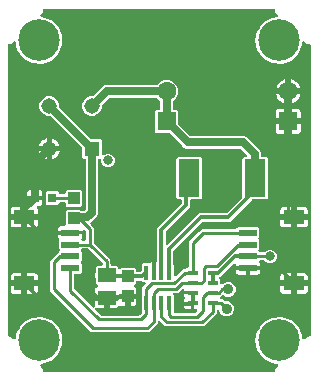
<source format=gbr>
G04 EAGLE Gerber RS-274X export*
G75*
%MOMM*%
%FSLAX34Y34*%
%LPD*%
%INTop Copper*%
%IPPOS*%
%AMOC8*
5,1,8,0,0,1.08239X$1,22.5*%
G01*
%ADD10R,0.400000X1.200000*%
%ADD11R,1.000000X1.075000*%
%ADD12R,1.800000X3.200000*%
%ADD13R,1.500000X1.240000*%
%ADD14R,0.900000X0.450000*%
%ADD15C,3.516000*%
%ADD16R,1.550000X0.600000*%
%ADD17R,1.800000X1.200000*%
%ADD18R,0.800000X0.800000*%
%ADD19R,1.308000X1.308000*%
%ADD20C,1.308000*%
%ADD21R,1.605000X1.605000*%
%ADD22C,1.605000*%
%ADD23C,0.304800*%
%ADD24C,0.254000*%
%ADD25C,0.635000*%
%ADD26C,0.381000*%
%ADD27C,0.800100*%
%ADD28C,0.906400*%

G36*
X224146Y-1254D02*
X224146Y-1254D01*
X224265Y-1247D01*
X224303Y-1234D01*
X224344Y-1229D01*
X224454Y-1186D01*
X224567Y-1149D01*
X224602Y-1127D01*
X224639Y-1112D01*
X224735Y-1043D01*
X224836Y-979D01*
X224864Y-949D01*
X224897Y-926D01*
X224973Y-834D01*
X225054Y-747D01*
X225074Y-712D01*
X225099Y-681D01*
X225150Y-573D01*
X225208Y-469D01*
X225218Y-429D01*
X225235Y-393D01*
X225257Y-276D01*
X225287Y-161D01*
X225291Y-101D01*
X225295Y-81D01*
X225293Y-60D01*
X225297Y0D01*
X225297Y1368D01*
X227558Y3629D01*
X227603Y3687D01*
X227655Y3738D01*
X227700Y3812D01*
X227753Y3880D01*
X227782Y3947D01*
X227820Y4010D01*
X227845Y4093D01*
X227880Y4172D01*
X227891Y4244D01*
X227912Y4314D01*
X227916Y4401D01*
X227930Y4486D01*
X227923Y4559D01*
X227926Y4632D01*
X227908Y4717D01*
X227900Y4803D01*
X227875Y4872D01*
X227860Y4943D01*
X227821Y5021D01*
X227792Y5102D01*
X227751Y5163D01*
X227719Y5228D01*
X227662Y5294D01*
X227614Y5365D01*
X227559Y5414D01*
X227511Y5469D01*
X227440Y5518D01*
X227375Y5576D01*
X227310Y5609D01*
X227250Y5651D01*
X227169Y5681D01*
X227092Y5721D01*
X227021Y5737D01*
X226952Y5762D01*
X226794Y5789D01*
X222379Y6253D01*
X217730Y8937D01*
X217727Y8938D01*
X217725Y8940D01*
X217602Y9000D01*
X217501Y9068D01*
X217492Y9074D01*
X217488Y9076D01*
X217480Y9081D01*
X215129Y10439D01*
X212384Y14216D01*
X212371Y14230D01*
X212361Y14247D01*
X212255Y14368D01*
X212182Y14441D01*
X212162Y14475D01*
X212137Y14540D01*
X212050Y14676D01*
X210208Y17211D01*
X209358Y21213D01*
X209346Y21247D01*
X209341Y21282D01*
X209289Y21435D01*
X209241Y21549D01*
X209241Y21627D01*
X209235Y21679D01*
X209237Y21731D01*
X209214Y21891D01*
X208468Y25400D01*
X209214Y28909D01*
X209218Y28962D01*
X209231Y29012D01*
X209237Y29102D01*
X209239Y29112D01*
X209238Y29123D01*
X209241Y29173D01*
X209241Y29251D01*
X209289Y29365D01*
X209298Y29400D01*
X209314Y29432D01*
X209358Y29587D01*
X210208Y33589D01*
X212050Y36124D01*
X212084Y36185D01*
X212125Y36240D01*
X212186Y36363D01*
X212255Y36432D01*
X212267Y36448D01*
X212282Y36460D01*
X212384Y36584D01*
X215129Y40361D01*
X217480Y41719D01*
X217549Y41771D01*
X217579Y41789D01*
X217581Y41789D01*
X217583Y41791D01*
X217585Y41791D01*
X217730Y41863D01*
X222379Y44547D01*
X230704Y45422D01*
X238666Y42835D01*
X244887Y37234D01*
X248292Y29586D01*
X248292Y27427D01*
X248310Y27290D01*
X248323Y27151D01*
X248330Y27132D01*
X248332Y27112D01*
X248383Y26983D01*
X248430Y26852D01*
X248442Y26835D01*
X248449Y26816D01*
X248531Y26704D01*
X248609Y26589D01*
X248624Y26575D01*
X248636Y26559D01*
X248743Y26470D01*
X248848Y26378D01*
X248866Y26369D01*
X248881Y26356D01*
X249007Y26297D01*
X249131Y26234D01*
X249151Y26229D01*
X249169Y26221D01*
X249305Y26194D01*
X249441Y26164D01*
X249461Y26165D01*
X249481Y26161D01*
X249620Y26169D01*
X249759Y26174D01*
X249778Y26179D01*
X249799Y26181D01*
X249931Y26223D01*
X250064Y26262D01*
X250082Y26272D01*
X250101Y26279D01*
X250219Y26353D01*
X250338Y26424D01*
X250359Y26442D01*
X250370Y26449D01*
X250384Y26464D01*
X250459Y26530D01*
X252632Y28703D01*
X254000Y28703D01*
X254118Y28718D01*
X254237Y28725D01*
X254275Y28738D01*
X254316Y28743D01*
X254426Y28786D01*
X254539Y28823D01*
X254574Y28845D01*
X254611Y28860D01*
X254707Y28929D01*
X254808Y28993D01*
X254836Y29023D01*
X254869Y29046D01*
X254945Y29138D01*
X255026Y29225D01*
X255046Y29260D01*
X255071Y29291D01*
X255122Y29399D01*
X255180Y29503D01*
X255190Y29543D01*
X255207Y29579D01*
X255229Y29696D01*
X255259Y29811D01*
X255263Y29871D01*
X255267Y29891D01*
X255265Y29912D01*
X255269Y29972D01*
X255269Y274828D01*
X255254Y274946D01*
X255247Y275065D01*
X255234Y275103D01*
X255229Y275144D01*
X255186Y275254D01*
X255149Y275367D01*
X255127Y275402D01*
X255112Y275439D01*
X255043Y275535D01*
X254979Y275636D01*
X254949Y275664D01*
X254926Y275697D01*
X254834Y275773D01*
X254747Y275854D01*
X254712Y275874D01*
X254681Y275899D01*
X254573Y275950D01*
X254469Y276008D01*
X254429Y276018D01*
X254393Y276035D01*
X254276Y276057D01*
X254161Y276087D01*
X254101Y276091D01*
X254081Y276095D01*
X254060Y276093D01*
X254000Y276097D01*
X252632Y276097D01*
X250459Y278270D01*
X250349Y278355D01*
X250242Y278444D01*
X250224Y278453D01*
X250208Y278465D01*
X250080Y278520D01*
X249955Y278579D01*
X249935Y278583D01*
X249916Y278591D01*
X249778Y278613D01*
X249642Y278639D01*
X249622Y278638D01*
X249602Y278641D01*
X249463Y278628D01*
X249325Y278619D01*
X249306Y278613D01*
X249285Y278611D01*
X249154Y278564D01*
X249022Y278521D01*
X249005Y278511D01*
X248986Y278504D01*
X248871Y278426D01*
X248754Y278351D01*
X248740Y278337D01*
X248723Y278325D01*
X248631Y278221D01*
X248536Y278120D01*
X248526Y278102D01*
X248512Y278087D01*
X248449Y277963D01*
X248382Y277841D01*
X248377Y277822D01*
X248368Y277804D01*
X248337Y277668D01*
X248303Y277533D01*
X248301Y277505D01*
X248298Y277493D01*
X248299Y277473D01*
X248292Y277373D01*
X248292Y275214D01*
X244887Y267566D01*
X238666Y261965D01*
X230704Y259378D01*
X222379Y260253D01*
X217730Y262937D01*
X217727Y262938D01*
X217725Y262940D01*
X217602Y263000D01*
X217501Y263068D01*
X217492Y263074D01*
X217488Y263076D01*
X217480Y263081D01*
X215129Y264439D01*
X212384Y268216D01*
X212371Y268230D01*
X212361Y268247D01*
X212255Y268368D01*
X212182Y268441D01*
X212162Y268475D01*
X212137Y268540D01*
X212050Y268676D01*
X210208Y271211D01*
X209358Y275213D01*
X209346Y275247D01*
X209341Y275282D01*
X209289Y275435D01*
X209241Y275549D01*
X209241Y275627D01*
X209235Y275679D01*
X209237Y275731D01*
X209214Y275891D01*
X208468Y279400D01*
X209214Y282909D01*
X209218Y282962D01*
X209231Y283012D01*
X209241Y283173D01*
X209241Y283251D01*
X209289Y283365D01*
X209298Y283400D01*
X209314Y283432D01*
X209358Y283587D01*
X210208Y287589D01*
X212050Y290124D01*
X212084Y290185D01*
X212125Y290240D01*
X212186Y290363D01*
X212255Y290432D01*
X212267Y290448D01*
X212282Y290460D01*
X212384Y290584D01*
X215129Y294361D01*
X217480Y295719D01*
X217549Y295771D01*
X217579Y295789D01*
X217581Y295789D01*
X217583Y295791D01*
X217585Y295791D01*
X217730Y295863D01*
X222379Y298547D01*
X226794Y299011D01*
X226865Y299028D01*
X226937Y299035D01*
X227019Y299064D01*
X227103Y299084D01*
X227168Y299117D01*
X227237Y299142D01*
X227308Y299191D01*
X227385Y299231D01*
X227439Y299280D01*
X227500Y299321D01*
X227557Y299386D01*
X227621Y299444D01*
X227662Y299504D01*
X227710Y299559D01*
X227750Y299636D01*
X227798Y299708D01*
X227822Y299777D01*
X227855Y299842D01*
X227874Y299927D01*
X227902Y300009D01*
X227908Y300081D01*
X227924Y300153D01*
X227922Y300239D01*
X227929Y300326D01*
X227917Y300397D01*
X227915Y300471D01*
X227891Y300554D01*
X227876Y300639D01*
X227847Y300706D01*
X227826Y300776D01*
X227782Y300851D01*
X227747Y300930D01*
X227702Y300987D01*
X227665Y301050D01*
X227558Y301171D01*
X225297Y303432D01*
X225297Y304800D01*
X225282Y304918D01*
X225275Y305037D01*
X225262Y305075D01*
X225257Y305116D01*
X225214Y305226D01*
X225177Y305339D01*
X225155Y305374D01*
X225140Y305411D01*
X225071Y305507D01*
X225007Y305608D01*
X224977Y305636D01*
X224954Y305669D01*
X224862Y305745D01*
X224775Y305826D01*
X224740Y305846D01*
X224709Y305871D01*
X224601Y305922D01*
X224497Y305980D01*
X224457Y305990D01*
X224421Y306007D01*
X224304Y306029D01*
X224189Y306059D01*
X224129Y306063D01*
X224109Y306067D01*
X224088Y306065D01*
X224028Y306069D01*
X29972Y306069D01*
X29854Y306054D01*
X29735Y306047D01*
X29697Y306034D01*
X29656Y306029D01*
X29546Y305986D01*
X29433Y305949D01*
X29398Y305927D01*
X29361Y305912D01*
X29265Y305843D01*
X29164Y305779D01*
X29136Y305749D01*
X29103Y305726D01*
X29027Y305634D01*
X28946Y305547D01*
X28926Y305512D01*
X28901Y305481D01*
X28850Y305373D01*
X28792Y305269D01*
X28782Y305229D01*
X28765Y305193D01*
X28743Y305076D01*
X28713Y304961D01*
X28709Y304901D01*
X28705Y304881D01*
X28707Y304860D01*
X28703Y304800D01*
X28703Y303432D01*
X26847Y301576D01*
X26786Y301498D01*
X26718Y301425D01*
X26689Y301372D01*
X26652Y301325D01*
X26612Y301234D01*
X26565Y301147D01*
X26550Y301088D01*
X26526Y301033D01*
X26510Y300935D01*
X26485Y300839D01*
X26485Y300778D01*
X26476Y300719D01*
X26485Y300620D01*
X26485Y300521D01*
X26500Y300462D01*
X26506Y300402D01*
X26539Y300309D01*
X26564Y300213D01*
X26593Y300160D01*
X26613Y300103D01*
X26669Y300021D01*
X26717Y299934D01*
X26758Y299890D01*
X26792Y299840D01*
X26866Y299774D01*
X26934Y299702D01*
X26985Y299669D01*
X27030Y299629D01*
X27119Y299584D01*
X27203Y299531D01*
X27295Y299494D01*
X27313Y299485D01*
X27326Y299482D01*
X27352Y299472D01*
X35466Y296835D01*
X41687Y291234D01*
X45092Y283586D01*
X45092Y275214D01*
X41687Y267566D01*
X35466Y261965D01*
X27504Y259378D01*
X19179Y260253D01*
X14530Y262937D01*
X14527Y262938D01*
X14525Y262940D01*
X14402Y263000D01*
X14301Y263068D01*
X14292Y263074D01*
X14288Y263076D01*
X14280Y263081D01*
X11929Y264439D01*
X9184Y268216D01*
X9171Y268230D01*
X9161Y268247D01*
X9055Y268368D01*
X8982Y268441D01*
X8962Y268475D01*
X8937Y268540D01*
X8850Y268676D01*
X7008Y271211D01*
X6158Y275213D01*
X6146Y275247D01*
X6141Y275282D01*
X6089Y275435D01*
X6041Y275549D01*
X6041Y275627D01*
X6035Y275679D01*
X6037Y275731D01*
X6014Y275891D01*
X5649Y277606D01*
X5647Y277612D01*
X5646Y277618D01*
X5594Y277764D01*
X5544Y277906D01*
X5541Y277911D01*
X5539Y277917D01*
X5453Y278044D01*
X5369Y278171D01*
X5364Y278175D01*
X5360Y278181D01*
X5246Y278281D01*
X5132Y278384D01*
X5127Y278387D01*
X5122Y278391D01*
X4987Y278460D01*
X4850Y278531D01*
X4844Y278533D01*
X4838Y278536D01*
X4690Y278569D01*
X4541Y278604D01*
X4534Y278604D01*
X4528Y278605D01*
X4375Y278601D01*
X4223Y278598D01*
X4217Y278596D01*
X4210Y278596D01*
X4063Y278553D01*
X3917Y278512D01*
X3911Y278509D01*
X3905Y278507D01*
X3774Y278430D01*
X3641Y278353D01*
X3636Y278349D01*
X3631Y278346D01*
X3510Y278239D01*
X1368Y276097D01*
X0Y276097D01*
X-118Y276082D01*
X-237Y276075D01*
X-275Y276062D01*
X-316Y276057D01*
X-426Y276014D01*
X-539Y275977D01*
X-574Y275955D01*
X-611Y275940D01*
X-707Y275871D01*
X-808Y275807D01*
X-836Y275777D01*
X-869Y275754D01*
X-945Y275662D01*
X-1026Y275575D01*
X-1046Y275540D01*
X-1071Y275509D01*
X-1122Y275401D01*
X-1180Y275297D01*
X-1190Y275257D01*
X-1207Y275221D01*
X-1229Y275104D01*
X-1259Y274989D01*
X-1263Y274929D01*
X-1267Y274909D01*
X-1265Y274888D01*
X-1269Y274828D01*
X-1269Y29972D01*
X-1254Y29854D01*
X-1247Y29735D01*
X-1234Y29697D01*
X-1229Y29656D01*
X-1186Y29546D01*
X-1149Y29433D01*
X-1127Y29398D01*
X-1112Y29361D01*
X-1043Y29265D01*
X-979Y29164D01*
X-949Y29136D01*
X-926Y29103D01*
X-834Y29027D01*
X-747Y28946D01*
X-712Y28926D01*
X-681Y28901D01*
X-573Y28850D01*
X-469Y28792D01*
X-429Y28782D01*
X-393Y28765D01*
X-276Y28743D01*
X-161Y28713D01*
X-101Y28709D01*
X-81Y28705D01*
X-60Y28707D01*
X0Y28703D01*
X1368Y28703D01*
X3510Y26561D01*
X3515Y26557D01*
X3519Y26552D01*
X3640Y26460D01*
X3761Y26366D01*
X3767Y26363D01*
X3772Y26359D01*
X3912Y26300D01*
X4053Y26239D01*
X4060Y26238D01*
X4065Y26236D01*
X4215Y26214D01*
X4367Y26190D01*
X4374Y26190D01*
X4380Y26189D01*
X4530Y26205D01*
X4684Y26219D01*
X4690Y26222D01*
X4696Y26222D01*
X4839Y26275D01*
X4983Y26327D01*
X4988Y26331D01*
X4994Y26333D01*
X5120Y26420D01*
X5246Y26506D01*
X5251Y26510D01*
X5256Y26514D01*
X5356Y26630D01*
X5457Y26744D01*
X5460Y26750D01*
X5464Y26755D01*
X5532Y26891D01*
X5601Y27027D01*
X5603Y27034D01*
X5606Y27039D01*
X5649Y27194D01*
X6014Y28909D01*
X6018Y28962D01*
X6031Y29012D01*
X6037Y29102D01*
X6039Y29112D01*
X6038Y29123D01*
X6041Y29173D01*
X6041Y29251D01*
X6089Y29365D01*
X6098Y29400D01*
X6114Y29432D01*
X6158Y29587D01*
X7008Y33589D01*
X8850Y36124D01*
X8884Y36185D01*
X8925Y36240D01*
X8986Y36363D01*
X9055Y36432D01*
X9067Y36448D01*
X9082Y36460D01*
X9184Y36584D01*
X11929Y40361D01*
X14280Y41719D01*
X14349Y41771D01*
X14379Y41789D01*
X14381Y41789D01*
X14383Y41791D01*
X14385Y41791D01*
X14530Y41863D01*
X19179Y44547D01*
X27504Y45422D01*
X35466Y42835D01*
X41687Y37234D01*
X45092Y29586D01*
X45092Y21214D01*
X41687Y13566D01*
X35466Y7965D01*
X27352Y5328D01*
X27262Y5286D01*
X27169Y5253D01*
X27119Y5219D01*
X27064Y5193D01*
X26988Y5130D01*
X26906Y5074D01*
X26866Y5029D01*
X26819Y4990D01*
X26761Y4910D01*
X26695Y4836D01*
X26668Y4782D01*
X26632Y4733D01*
X26596Y4641D01*
X26551Y4552D01*
X26537Y4494D01*
X26515Y4438D01*
X26503Y4339D01*
X26481Y4242D01*
X26483Y4182D01*
X26475Y4122D01*
X26488Y4024D01*
X26491Y3924D01*
X26507Y3866D01*
X26515Y3806D01*
X26551Y3714D01*
X26579Y3619D01*
X26610Y3567D01*
X26632Y3511D01*
X26690Y3430D01*
X26741Y3345D01*
X26807Y3270D01*
X26818Y3253D01*
X26828Y3245D01*
X26847Y3224D01*
X28703Y1368D01*
X28703Y0D01*
X28718Y-118D01*
X28725Y-237D01*
X28738Y-275D01*
X28743Y-316D01*
X28786Y-426D01*
X28823Y-539D01*
X28845Y-574D01*
X28860Y-611D01*
X28929Y-707D01*
X28993Y-808D01*
X29023Y-836D01*
X29046Y-869D01*
X29138Y-945D01*
X29225Y-1026D01*
X29260Y-1046D01*
X29291Y-1071D01*
X29399Y-1122D01*
X29503Y-1180D01*
X29543Y-1190D01*
X29579Y-1207D01*
X29696Y-1229D01*
X29811Y-1259D01*
X29871Y-1263D01*
X29891Y-1267D01*
X29912Y-1265D01*
X29972Y-1269D01*
X224028Y-1269D01*
X224146Y-1254D01*
G37*
%LPC*%
G36*
X69752Y32257D02*
X69752Y32257D01*
X34797Y67212D01*
X34797Y92808D01*
X41910Y99920D01*
X41970Y99999D01*
X42038Y100071D01*
X42066Y100122D01*
X42647Y100703D01*
X42720Y100797D01*
X42799Y100886D01*
X42817Y100922D01*
X42842Y100954D01*
X42889Y101063D01*
X42943Y101169D01*
X42952Y101208D01*
X42968Y101246D01*
X42987Y101363D01*
X43013Y101479D01*
X43012Y101520D01*
X43018Y101560D01*
X43007Y101678D01*
X43003Y101797D01*
X42992Y101836D01*
X42988Y101876D01*
X42948Y101988D01*
X42915Y102103D01*
X42894Y102138D01*
X42881Y102176D01*
X42814Y102274D01*
X42753Y102377D01*
X42714Y102422D01*
X42702Y102439D01*
X42687Y102452D01*
X42647Y102498D01*
X42281Y102863D01*
X42281Y110387D01*
X42303Y110415D01*
X42350Y110524D01*
X42405Y110630D01*
X42413Y110670D01*
X42429Y110707D01*
X42448Y110824D01*
X42474Y110941D01*
X42473Y110981D01*
X42479Y111021D01*
X42468Y111139D01*
X42465Y111258D01*
X42453Y111297D01*
X42450Y111337D01*
X42409Y111449D01*
X42376Y111564D01*
X42356Y111599D01*
X42342Y111637D01*
X42275Y111735D01*
X42215Y111838D01*
X42175Y111883D01*
X42163Y111900D01*
X42148Y111913D01*
X42108Y111959D01*
X42027Y112040D01*
X41692Y112619D01*
X41519Y113266D01*
X41519Y115101D01*
X51580Y115101D01*
X51698Y115116D01*
X51817Y115123D01*
X51824Y115125D01*
X51880Y115111D01*
X51940Y115107D01*
X51960Y115103D01*
X51980Y115105D01*
X52040Y115101D01*
X62101Y115101D01*
X62101Y113266D01*
X61928Y112619D01*
X61574Y112007D01*
X61537Y111960D01*
X61449Y111853D01*
X61440Y111834D01*
X61428Y111818D01*
X61372Y111690D01*
X61313Y111565D01*
X61309Y111545D01*
X61301Y111527D01*
X61279Y111389D01*
X61253Y111252D01*
X61255Y111232D01*
X61251Y111212D01*
X61264Y111074D01*
X61273Y110935D01*
X61279Y110916D01*
X61281Y110896D01*
X61328Y110765D01*
X61371Y110633D01*
X61382Y110616D01*
X61389Y110597D01*
X61467Y110482D01*
X61541Y110364D01*
X61556Y110350D01*
X61567Y110333D01*
X61671Y110241D01*
X61773Y110146D01*
X61791Y110136D01*
X61806Y110123D01*
X61930Y110060D01*
X62051Y109992D01*
X62071Y109987D01*
X62089Y109978D01*
X62225Y109948D01*
X62359Y109913D01*
X62387Y109911D01*
X62399Y109909D01*
X62420Y109909D01*
X62520Y109903D01*
X64008Y109903D01*
X64126Y109918D01*
X64245Y109925D01*
X64283Y109938D01*
X64324Y109943D01*
X64434Y109986D01*
X64547Y110023D01*
X64582Y110045D01*
X64619Y110060D01*
X64715Y110129D01*
X64816Y110193D01*
X64844Y110223D01*
X64877Y110246D01*
X64953Y110338D01*
X65034Y110425D01*
X65054Y110460D01*
X65079Y110491D01*
X65130Y110599D01*
X65188Y110703D01*
X65198Y110743D01*
X65215Y110779D01*
X65237Y110896D01*
X65267Y111011D01*
X65271Y111071D01*
X65275Y111091D01*
X65273Y111112D01*
X65277Y111172D01*
X65277Y117486D01*
X65265Y117584D01*
X65262Y117683D01*
X65245Y117742D01*
X65237Y117802D01*
X65201Y117894D01*
X65173Y117989D01*
X65143Y118041D01*
X65120Y118097D01*
X65062Y118178D01*
X65012Y118263D01*
X64946Y118338D01*
X64934Y118355D01*
X64924Y118363D01*
X64906Y118384D01*
X64268Y119022D01*
X64158Y119107D01*
X64051Y119196D01*
X64032Y119204D01*
X64016Y119217D01*
X63888Y119272D01*
X63763Y119331D01*
X63743Y119335D01*
X63724Y119343D01*
X63586Y119365D01*
X63450Y119391D01*
X63430Y119390D01*
X63410Y119393D01*
X63271Y119380D01*
X63133Y119371D01*
X63114Y119365D01*
X63094Y119363D01*
X62963Y119316D01*
X62831Y119273D01*
X62813Y119262D01*
X62794Y119255D01*
X62680Y119178D01*
X62562Y119103D01*
X62548Y119088D01*
X62531Y119077D01*
X62439Y118973D01*
X62344Y118871D01*
X62334Y118854D01*
X62321Y118838D01*
X62258Y118715D01*
X62190Y118593D01*
X62185Y118573D01*
X62176Y118555D01*
X62146Y118419D01*
X62111Y118285D01*
X62109Y118257D01*
X62106Y118245D01*
X62107Y118224D01*
X62101Y118124D01*
X62101Y118099D01*
X52040Y118099D01*
X51922Y118084D01*
X51803Y118077D01*
X51796Y118075D01*
X51740Y118089D01*
X51680Y118093D01*
X51660Y118097D01*
X51640Y118095D01*
X51580Y118099D01*
X41519Y118099D01*
X41519Y119934D01*
X41692Y120581D01*
X42027Y121160D01*
X42500Y121633D01*
X43079Y121968D01*
X43726Y122141D01*
X46562Y122141D01*
X46680Y122156D01*
X46799Y122163D01*
X46837Y122176D01*
X46878Y122181D01*
X46988Y122224D01*
X47101Y122261D01*
X47136Y122283D01*
X47173Y122298D01*
X47269Y122367D01*
X47370Y122431D01*
X47398Y122461D01*
X47431Y122484D01*
X47507Y122576D01*
X47588Y122663D01*
X47608Y122698D01*
X47633Y122729D01*
X47684Y122837D01*
X47742Y122941D01*
X47752Y122981D01*
X47769Y123017D01*
X47791Y123134D01*
X47821Y123249D01*
X47825Y123309D01*
X47829Y123329D01*
X47827Y123350D01*
X47831Y123410D01*
X47831Y134772D01*
X48873Y135814D01*
X60347Y135814D01*
X61041Y135119D01*
X61119Y135059D01*
X61191Y134991D01*
X61244Y134962D01*
X61292Y134925D01*
X61383Y134885D01*
X61470Y134837D01*
X61528Y134822D01*
X61584Y134798D01*
X61682Y134783D01*
X61778Y134758D01*
X61878Y134752D01*
X61898Y134748D01*
X61911Y134750D01*
X61939Y134748D01*
X63357Y134748D01*
X63455Y134760D01*
X63554Y134763D01*
X63613Y134780D01*
X63673Y134788D01*
X63765Y134824D01*
X63860Y134852D01*
X63912Y134882D01*
X63968Y134905D01*
X64048Y134963D01*
X64134Y135013D01*
X64209Y135079D01*
X64226Y135091D01*
X64233Y135101D01*
X64255Y135119D01*
X64491Y135355D01*
X64551Y135434D01*
X64619Y135506D01*
X64648Y135559D01*
X64685Y135607D01*
X64725Y135698D01*
X64773Y135784D01*
X64788Y135843D01*
X64812Y135898D01*
X64827Y135996D01*
X64852Y136092D01*
X64858Y136192D01*
X64862Y136213D01*
X64860Y136225D01*
X64862Y136253D01*
X64862Y178152D01*
X64847Y178270D01*
X64840Y178389D01*
X64827Y178427D01*
X64822Y178468D01*
X64779Y178578D01*
X64742Y178691D01*
X64720Y178726D01*
X64705Y178763D01*
X64636Y178859D01*
X64572Y178960D01*
X64542Y178988D01*
X64519Y179021D01*
X64427Y179097D01*
X64340Y179178D01*
X64305Y179198D01*
X64274Y179223D01*
X64166Y179274D01*
X64062Y179332D01*
X64022Y179342D01*
X63986Y179359D01*
X63869Y179381D01*
X63754Y179411D01*
X63694Y179415D01*
X63674Y179419D01*
X63653Y179417D01*
X63593Y179421D01*
X62793Y179421D01*
X61751Y180463D01*
X61751Y188168D01*
X61739Y188266D01*
X61736Y188365D01*
X61719Y188424D01*
X61711Y188484D01*
X61675Y188576D01*
X61647Y188671D01*
X61617Y188723D01*
X61594Y188779D01*
X61536Y188859D01*
X61486Y188945D01*
X61420Y189020D01*
X61408Y189037D01*
X61398Y189045D01*
X61380Y189066D01*
X35396Y215050D01*
X35317Y215110D01*
X35245Y215178D01*
X35192Y215207D01*
X35144Y215244D01*
X35053Y215284D01*
X34967Y215332D01*
X34908Y215347D01*
X34853Y215371D01*
X34755Y215386D01*
X34659Y215411D01*
X34559Y215417D01*
X34538Y215421D01*
X34526Y215419D01*
X34498Y215421D01*
X32415Y215421D01*
X29358Y216688D01*
X27018Y219028D01*
X25751Y222085D01*
X25751Y225395D01*
X27018Y228452D01*
X29358Y230792D01*
X32415Y232059D01*
X35725Y232059D01*
X38782Y230792D01*
X41122Y228452D01*
X42389Y225395D01*
X42389Y223312D01*
X42401Y223214D01*
X42404Y223115D01*
X42421Y223056D01*
X42429Y222996D01*
X42465Y222904D01*
X42493Y222809D01*
X42523Y222757D01*
X42546Y222701D01*
X42604Y222621D01*
X42654Y222535D01*
X42720Y222460D01*
X42732Y222443D01*
X42742Y222435D01*
X42760Y222414D01*
X68744Y196430D01*
X68823Y196370D01*
X68895Y196302D01*
X68948Y196273D01*
X68996Y196236D01*
X69087Y196196D01*
X69173Y196148D01*
X69232Y196133D01*
X69287Y196109D01*
X69385Y196094D01*
X69481Y196069D01*
X69581Y196063D01*
X69602Y196059D01*
X69614Y196061D01*
X69642Y196059D01*
X77347Y196059D01*
X78389Y195017D01*
X78389Y183606D01*
X78406Y183468D01*
X78419Y183330D01*
X78426Y183311D01*
X78429Y183290D01*
X78480Y183161D01*
X78527Y183030D01*
X78538Y183014D01*
X78546Y182995D01*
X78627Y182882D01*
X78705Y182767D01*
X78721Y182754D01*
X78732Y182737D01*
X78840Y182649D01*
X78944Y182557D01*
X78962Y182548D01*
X78977Y182535D01*
X79103Y182475D01*
X79227Y182412D01*
X79247Y182408D01*
X79265Y182399D01*
X79402Y182373D01*
X79537Y182343D01*
X79558Y182343D01*
X79577Y182339D01*
X79716Y182348D01*
X79855Y182352D01*
X79875Y182358D01*
X79895Y182359D01*
X80027Y182402D01*
X80161Y182441D01*
X80178Y182451D01*
X80197Y182457D01*
X80315Y182531D01*
X80435Y182602D01*
X80456Y182621D01*
X80466Y182627D01*
X80480Y182642D01*
X80544Y182698D01*
X82670Y183579D01*
X84970Y183579D01*
X87094Y182699D01*
X88719Y181074D01*
X89599Y178950D01*
X89599Y176650D01*
X88719Y174526D01*
X87094Y172901D01*
X84970Y172021D01*
X82670Y172021D01*
X80546Y172901D01*
X78921Y174526D01*
X78041Y176650D01*
X78041Y178152D01*
X78026Y178270D01*
X78018Y178389D01*
X78006Y178427D01*
X78001Y178468D01*
X77957Y178578D01*
X77920Y178691D01*
X77899Y178726D01*
X77884Y178763D01*
X77814Y178859D01*
X77750Y178960D01*
X77721Y178988D01*
X77697Y179021D01*
X77605Y179097D01*
X77519Y179178D01*
X77483Y179198D01*
X77452Y179223D01*
X77344Y179274D01*
X77240Y179332D01*
X77201Y179342D01*
X77164Y179359D01*
X77048Y179381D01*
X76932Y179411D01*
X76872Y179415D01*
X76852Y179419D01*
X76832Y179417D01*
X76772Y179421D01*
X76547Y179421D01*
X76429Y179406D01*
X76310Y179399D01*
X76272Y179386D01*
X76231Y179381D01*
X76121Y179338D01*
X76008Y179301D01*
X75973Y179279D01*
X75936Y179264D01*
X75840Y179195D01*
X75739Y179131D01*
X75711Y179101D01*
X75678Y179078D01*
X75602Y178986D01*
X75521Y178899D01*
X75501Y178864D01*
X75476Y178833D01*
X75425Y178725D01*
X75367Y178621D01*
X75357Y178581D01*
X75340Y178545D01*
X75318Y178428D01*
X75288Y178313D01*
X75284Y178253D01*
X75280Y178233D01*
X75282Y178212D01*
X75278Y178152D01*
X75278Y132534D01*
X74485Y130620D01*
X72841Y128977D01*
X69145Y125280D01*
X69072Y125186D01*
X68994Y125097D01*
X68983Y125077D01*
X68975Y125067D01*
X68968Y125051D01*
X68950Y125029D01*
X68903Y124920D01*
X68849Y124814D01*
X68843Y124787D01*
X68839Y124779D01*
X68837Y124768D01*
X68824Y124737D01*
X68805Y124620D01*
X68779Y124504D01*
X68780Y124470D01*
X68780Y124467D01*
X68780Y124460D01*
X68774Y124423D01*
X68785Y124305D01*
X68789Y124186D01*
X68799Y124150D01*
X68800Y124149D01*
X68800Y124147D01*
X68804Y124107D01*
X68844Y123994D01*
X68877Y123880D01*
X68898Y123845D01*
X68912Y123807D01*
X68978Y123709D01*
X69039Y123606D01*
X69079Y123561D01*
X69090Y123544D01*
X69105Y123531D01*
X69145Y123485D01*
X71883Y120748D01*
X71883Y108574D01*
X71895Y108476D01*
X71898Y108377D01*
X71915Y108318D01*
X71923Y108258D01*
X71959Y108166D01*
X71987Y108071D01*
X72017Y108019D01*
X72040Y107963D01*
X72098Y107883D01*
X72148Y107797D01*
X72214Y107722D01*
X72226Y107705D01*
X72236Y107697D01*
X72254Y107676D01*
X85853Y94078D01*
X85853Y89868D01*
X85868Y89750D01*
X85875Y89631D01*
X85888Y89593D01*
X85893Y89552D01*
X85936Y89442D01*
X85973Y89329D01*
X85995Y89294D01*
X86010Y89257D01*
X86079Y89161D01*
X86143Y89060D01*
X86173Y89032D01*
X86196Y88999D01*
X86288Y88923D01*
X86375Y88842D01*
X86410Y88822D01*
X86441Y88797D01*
X86549Y88746D01*
X86653Y88688D01*
X86693Y88678D01*
X86729Y88661D01*
X86846Y88639D01*
X86961Y88609D01*
X87021Y88605D01*
X87041Y88601D01*
X87062Y88603D01*
X87122Y88599D01*
X90787Y88599D01*
X91829Y87557D01*
X91829Y87073D01*
X91846Y86935D01*
X91859Y86797D01*
X91866Y86778D01*
X91869Y86758D01*
X91920Y86629D01*
X91967Y86498D01*
X91978Y86481D01*
X91986Y86462D01*
X92067Y86350D01*
X92145Y86235D01*
X92161Y86221D01*
X92172Y86205D01*
X92280Y86116D01*
X92384Y86024D01*
X92402Y86015D01*
X92417Y86002D01*
X92543Y85943D01*
X92667Y85880D01*
X92687Y85875D01*
X92705Y85867D01*
X92842Y85840D01*
X92977Y85810D01*
X92998Y85811D01*
X93017Y85807D01*
X93156Y85815D01*
X93295Y85820D01*
X93315Y85825D01*
X93335Y85827D01*
X93467Y85869D01*
X93601Y85908D01*
X93618Y85918D01*
X93637Y85925D01*
X93755Y85999D01*
X93875Y86070D01*
X93896Y86088D01*
X93906Y86095D01*
X93920Y86110D01*
X93995Y86176D01*
X94593Y86774D01*
X106067Y86774D01*
X107109Y85732D01*
X107109Y84446D01*
X107124Y84328D01*
X107131Y84209D01*
X107144Y84171D01*
X107149Y84130D01*
X107192Y84020D01*
X107229Y83907D01*
X107251Y83872D01*
X107266Y83835D01*
X107335Y83739D01*
X107399Y83638D01*
X107429Y83610D01*
X107452Y83577D01*
X107544Y83501D01*
X107631Y83420D01*
X107666Y83400D01*
X107697Y83375D01*
X107805Y83324D01*
X107909Y83266D01*
X107949Y83256D01*
X107985Y83239D01*
X108102Y83217D01*
X108217Y83187D01*
X108277Y83183D01*
X108297Y83179D01*
X108318Y83181D01*
X108378Y83177D01*
X110751Y83177D01*
X110849Y83189D01*
X110948Y83192D01*
X111006Y83209D01*
X111067Y83217D01*
X111159Y83253D01*
X111254Y83281D01*
X111306Y83311D01*
X111362Y83334D01*
X111442Y83392D01*
X111528Y83442D01*
X111603Y83508D01*
X111620Y83520D01*
X111627Y83530D01*
X111649Y83548D01*
X111830Y83729D01*
X111890Y83808D01*
X111958Y83880D01*
X111987Y83933D01*
X112024Y83981D01*
X112064Y84072D01*
X112112Y84158D01*
X112127Y84217D01*
X112151Y84273D01*
X112166Y84371D01*
X112191Y84466D01*
X112197Y84566D01*
X112201Y84587D01*
X112199Y84599D01*
X112201Y84627D01*
X112201Y89587D01*
X113243Y90629D01*
X118140Y90629D01*
X118238Y90641D01*
X118325Y90643D01*
X118341Y90647D01*
X118364Y90649D01*
X118409Y90663D01*
X118455Y90669D01*
X118546Y90704D01*
X118631Y90728D01*
X118653Y90739D01*
X118667Y90743D01*
X118688Y90756D01*
X118731Y90778D01*
X118751Y90786D01*
X118760Y90792D01*
X118775Y90800D01*
X119499Y91218D01*
X120146Y91391D01*
X121211Y91391D01*
X121211Y82850D01*
X121226Y82732D01*
X121233Y82613D01*
X121245Y82575D01*
X121250Y82535D01*
X121294Y82424D01*
X121331Y82311D01*
X121353Y82277D01*
X121367Y82239D01*
X121437Y82143D01*
X121501Y82042D01*
X121531Y82014D01*
X121554Y81982D01*
X121646Y81906D01*
X121733Y81824D01*
X121768Y81805D01*
X121799Y81779D01*
X121907Y81728D01*
X122011Y81671D01*
X122050Y81661D01*
X122087Y81643D01*
X122204Y81621D01*
X122319Y81591D01*
X122379Y81587D01*
X122399Y81584D01*
X122400Y81584D01*
X122420Y81585D01*
X122480Y81581D01*
X122598Y81596D01*
X122717Y81603D01*
X122755Y81616D01*
X122796Y81621D01*
X122906Y81665D01*
X123020Y81701D01*
X123054Y81723D01*
X123091Y81738D01*
X123188Y81808D01*
X123288Y81872D01*
X123316Y81901D01*
X123349Y81925D01*
X123425Y82017D01*
X123506Y82103D01*
X123526Y82139D01*
X123552Y82170D01*
X123602Y82277D01*
X123660Y82382D01*
X123670Y82421D01*
X123687Y82457D01*
X123709Y82574D01*
X123739Y82690D01*
X123743Y82750D01*
X123747Y82770D01*
X123746Y82790D01*
X123749Y82850D01*
X123749Y91391D01*
X124154Y91391D01*
X124272Y91406D01*
X124391Y91413D01*
X124429Y91426D01*
X124470Y91431D01*
X124580Y91474D01*
X124693Y91511D01*
X124728Y91533D01*
X124765Y91548D01*
X124862Y91618D01*
X124962Y91681D01*
X124990Y91711D01*
X125023Y91734D01*
X125098Y91826D01*
X125180Y91913D01*
X125200Y91948D01*
X125225Y91979D01*
X125276Y92087D01*
X125334Y92191D01*
X125344Y92230D01*
X125361Y92267D01*
X125383Y92384D01*
X125413Y92499D01*
X125417Y92560D01*
X125421Y92580D01*
X125419Y92600D01*
X125423Y92660D01*
X125423Y120293D01*
X145932Y140801D01*
X145992Y140880D01*
X146060Y140952D01*
X146089Y141005D01*
X146126Y141053D01*
X146166Y141144D01*
X146214Y141230D01*
X146229Y141289D01*
X146253Y141345D01*
X146268Y141443D01*
X146293Y141538D01*
X146299Y141638D01*
X146303Y141659D01*
X146301Y141671D01*
X146303Y141699D01*
X146303Y143512D01*
X146288Y143630D01*
X146281Y143749D01*
X146268Y143787D01*
X146263Y143828D01*
X146220Y143938D01*
X146183Y144051D01*
X146161Y144086D01*
X146146Y144123D01*
X146077Y144219D01*
X146013Y144320D01*
X145983Y144348D01*
X145960Y144381D01*
X145868Y144457D01*
X145781Y144538D01*
X145746Y144558D01*
X145715Y144583D01*
X145607Y144634D01*
X145503Y144692D01*
X145463Y144702D01*
X145427Y144719D01*
X145310Y144741D01*
X145195Y144771D01*
X145135Y144775D01*
X145115Y144779D01*
X145094Y144777D01*
X145034Y144781D01*
X142603Y144781D01*
X141561Y145823D01*
X141561Y179297D01*
X142603Y180339D01*
X162077Y180339D01*
X163119Y179297D01*
X163119Y145823D01*
X162077Y144781D01*
X154686Y144781D01*
X154568Y144766D01*
X154449Y144759D01*
X154411Y144746D01*
X154370Y144741D01*
X154260Y144698D01*
X154147Y144661D01*
X154112Y144639D01*
X154075Y144624D01*
X153979Y144555D01*
X153878Y144491D01*
X153850Y144461D01*
X153817Y144438D01*
X153741Y144346D01*
X153660Y144259D01*
X153640Y144224D01*
X153615Y144193D01*
X153564Y144085D01*
X153506Y143981D01*
X153496Y143941D01*
X153479Y143905D01*
X153457Y143788D01*
X153427Y143673D01*
X153423Y143613D01*
X153419Y143593D01*
X153421Y143572D01*
X153417Y143512D01*
X153417Y138227D01*
X132908Y117719D01*
X132848Y117640D01*
X132780Y117568D01*
X132751Y117515D01*
X132714Y117467D01*
X132674Y117376D01*
X132626Y117290D01*
X132611Y117231D01*
X132587Y117175D01*
X132572Y117077D01*
X132547Y116982D01*
X132541Y116882D01*
X132537Y116861D01*
X132539Y116849D01*
X132537Y116821D01*
X132537Y107611D01*
X132554Y107473D01*
X132567Y107335D01*
X132574Y107315D01*
X132577Y107295D01*
X132628Y107166D01*
X132675Y107035D01*
X132686Y107018D01*
X132694Y107000D01*
X132775Y106888D01*
X132853Y106772D01*
X132869Y106759D01*
X132880Y106742D01*
X132988Y106654D01*
X133092Y106562D01*
X133110Y106552D01*
X133125Y106540D01*
X133251Y106480D01*
X133375Y106417D01*
X133395Y106413D01*
X133413Y106404D01*
X133549Y106378D01*
X133685Y106347D01*
X133706Y106348D01*
X133725Y106344D01*
X133864Y106353D01*
X134003Y106357D01*
X134023Y106363D01*
X134043Y106364D01*
X134175Y106407D01*
X134309Y106445D01*
X134326Y106456D01*
X134345Y106462D01*
X134463Y106536D01*
X134583Y106607D01*
X134604Y106626D01*
X134614Y106632D01*
X134628Y106647D01*
X134703Y106713D01*
X158632Y130641D01*
X161087Y133097D01*
X183421Y133097D01*
X183519Y133109D01*
X183618Y133112D01*
X183676Y133129D01*
X183737Y133137D01*
X183829Y133173D01*
X183924Y133201D01*
X183976Y133231D01*
X184032Y133254D01*
X184112Y133312D01*
X184198Y133362D01*
X184273Y133428D01*
X184290Y133440D01*
X184297Y133450D01*
X184319Y133468D01*
X197190Y146339D01*
X197250Y146418D01*
X197318Y146490D01*
X197339Y146528D01*
X197359Y146552D01*
X197367Y146568D01*
X197384Y146591D01*
X197424Y146682D01*
X197472Y146768D01*
X197484Y146817D01*
X197495Y146840D01*
X197497Y146851D01*
X197511Y146883D01*
X197526Y146981D01*
X197551Y147076D01*
X197557Y147176D01*
X197561Y147197D01*
X197559Y147209D01*
X197561Y147237D01*
X197561Y179297D01*
X198603Y180339D01*
X200392Y180339D01*
X200530Y180356D01*
X200669Y180369D01*
X200688Y180376D01*
X200708Y180379D01*
X200837Y180430D01*
X200968Y180477D01*
X200985Y180488D01*
X201003Y180496D01*
X201116Y180577D01*
X201231Y180655D01*
X201244Y180671D01*
X201261Y180682D01*
X201350Y180790D01*
X201441Y180894D01*
X201451Y180912D01*
X201464Y180927D01*
X201523Y181053D01*
X201586Y181177D01*
X201590Y181197D01*
X201599Y181215D01*
X201625Y181351D01*
X201656Y181487D01*
X201655Y181508D01*
X201659Y181527D01*
X201650Y181666D01*
X201646Y181805D01*
X201640Y181825D01*
X201639Y181845D01*
X201596Y181977D01*
X201558Y182111D01*
X201547Y182128D01*
X201541Y182147D01*
X201467Y182265D01*
X201396Y182385D01*
X201378Y182406D01*
X201371Y182416D01*
X201356Y182430D01*
X201290Y182505D01*
X196335Y187461D01*
X196256Y187521D01*
X196184Y187589D01*
X196131Y187618D01*
X196083Y187655D01*
X195992Y187695D01*
X195906Y187743D01*
X195847Y187758D01*
X195792Y187782D01*
X195694Y187797D01*
X195598Y187822D01*
X195498Y187828D01*
X195477Y187832D01*
X195465Y187830D01*
X195437Y187832D01*
X150094Y187832D01*
X148180Y188625D01*
X146537Y190269D01*
X136161Y200645D01*
X136082Y200705D01*
X136010Y200773D01*
X135957Y200802D01*
X135909Y200839D01*
X135818Y200879D01*
X135732Y200927D01*
X135673Y200942D01*
X135618Y200966D01*
X135520Y200981D01*
X135424Y201006D01*
X135324Y201012D01*
X135303Y201016D01*
X135291Y201014D01*
X135263Y201016D01*
X124588Y201016D01*
X123546Y202058D01*
X123546Y219582D01*
X124588Y220624D01*
X126873Y220624D01*
X126991Y220639D01*
X127110Y220646D01*
X127148Y220659D01*
X127189Y220664D01*
X127299Y220707D01*
X127412Y220744D01*
X127447Y220766D01*
X127484Y220781D01*
X127580Y220850D01*
X127681Y220914D01*
X127709Y220944D01*
X127742Y220967D01*
X127818Y221059D01*
X127899Y221146D01*
X127919Y221181D01*
X127944Y221212D01*
X127995Y221320D01*
X128053Y221424D01*
X128063Y221464D01*
X128080Y221500D01*
X128102Y221617D01*
X128132Y221732D01*
X128136Y221792D01*
X128140Y221812D01*
X128138Y221833D01*
X128142Y221893D01*
X128142Y227037D01*
X128130Y227136D01*
X128127Y227235D01*
X128110Y227293D01*
X128102Y227353D01*
X128066Y227445D01*
X128038Y227540D01*
X128008Y227592D01*
X127985Y227649D01*
X127927Y227729D01*
X127877Y227814D01*
X127811Y227889D01*
X127799Y227906D01*
X127789Y227914D01*
X127771Y227935D01*
X125065Y230641D01*
X124987Y230701D01*
X124915Y230769D01*
X124862Y230798D01*
X124814Y230835D01*
X124723Y230875D01*
X124636Y230923D01*
X124577Y230938D01*
X124522Y230962D01*
X124424Y230977D01*
X124328Y231002D01*
X124228Y231008D01*
X124208Y231012D01*
X124195Y231010D01*
X124167Y231012D01*
X85233Y231012D01*
X85135Y231000D01*
X85036Y230997D01*
X84977Y230980D01*
X84917Y230972D01*
X84825Y230936D01*
X84730Y230908D01*
X84678Y230878D01*
X84622Y230855D01*
X84542Y230797D01*
X84456Y230747D01*
X84381Y230681D01*
X84364Y230669D01*
X84359Y230663D01*
X84356Y230660D01*
X84351Y230654D01*
X84335Y230641D01*
X78760Y225066D01*
X78700Y224987D01*
X78632Y224915D01*
X78603Y224862D01*
X78566Y224814D01*
X78526Y224723D01*
X78478Y224637D01*
X78463Y224578D01*
X78439Y224523D01*
X78424Y224425D01*
X78399Y224329D01*
X78393Y224229D01*
X78389Y224208D01*
X78391Y224196D01*
X78389Y224168D01*
X78389Y222085D01*
X77122Y219028D01*
X74782Y216688D01*
X71725Y215421D01*
X68415Y215421D01*
X65358Y216688D01*
X63018Y219028D01*
X61751Y222085D01*
X61751Y225395D01*
X63018Y228452D01*
X65358Y230792D01*
X68415Y232059D01*
X70498Y232059D01*
X70596Y232071D01*
X70695Y232074D01*
X70754Y232091D01*
X70814Y232099D01*
X70906Y232135D01*
X71001Y232163D01*
X71053Y232193D01*
X71109Y232216D01*
X71190Y232274D01*
X71275Y232324D01*
X71350Y232390D01*
X71367Y232402D01*
X71375Y232412D01*
X71396Y232430D01*
X77957Y238991D01*
X79600Y240635D01*
X81514Y241428D01*
X124167Y241428D01*
X124266Y241440D01*
X124365Y241443D01*
X124423Y241460D01*
X124483Y241468D01*
X124575Y241504D01*
X124670Y241532D01*
X124722Y241562D01*
X124779Y241585D01*
X124859Y241643D01*
X124944Y241693D01*
X125019Y241759D01*
X125036Y241771D01*
X125044Y241781D01*
X125065Y241799D01*
X127797Y244531D01*
X131400Y246024D01*
X135300Y246024D01*
X138903Y244531D01*
X141661Y241773D01*
X143154Y238170D01*
X143154Y234270D01*
X141661Y230667D01*
X138929Y227935D01*
X138869Y227857D01*
X138801Y227785D01*
X138772Y227732D01*
X138735Y227684D01*
X138695Y227593D01*
X138647Y227506D01*
X138632Y227447D01*
X138608Y227392D01*
X138593Y227294D01*
X138568Y227198D01*
X138562Y227098D01*
X138558Y227078D01*
X138560Y227065D01*
X138558Y227037D01*
X138558Y221893D01*
X138573Y221775D01*
X138580Y221656D01*
X138593Y221618D01*
X138598Y221577D01*
X138641Y221467D01*
X138678Y221354D01*
X138700Y221319D01*
X138715Y221282D01*
X138784Y221186D01*
X138848Y221085D01*
X138878Y221057D01*
X138901Y221024D01*
X138993Y220948D01*
X139080Y220867D01*
X139115Y220847D01*
X139146Y220822D01*
X139254Y220771D01*
X139358Y220713D01*
X139398Y220703D01*
X139434Y220686D01*
X139551Y220664D01*
X139666Y220634D01*
X139726Y220630D01*
X139746Y220626D01*
X139767Y220628D01*
X139827Y220624D01*
X142112Y220624D01*
X143154Y219582D01*
X143154Y208907D01*
X143166Y208809D01*
X143169Y208710D01*
X143186Y208651D01*
X143194Y208591D01*
X143230Y208499D01*
X143258Y208404D01*
X143288Y208352D01*
X143311Y208296D01*
X143369Y208215D01*
X143419Y208130D01*
X143485Y208055D01*
X143497Y208038D01*
X143507Y208030D01*
X143525Y208009D01*
X152915Y198619D01*
X152994Y198559D01*
X153066Y198491D01*
X153119Y198462D01*
X153167Y198425D01*
X153258Y198385D01*
X153344Y198337D01*
X153403Y198322D01*
X153458Y198298D01*
X153556Y198283D01*
X153652Y198258D01*
X153752Y198252D01*
X153773Y198248D01*
X153785Y198250D01*
X153813Y198248D01*
X199156Y198248D01*
X201070Y197455D01*
X212695Y185830D01*
X213488Y183916D01*
X213488Y181608D01*
X213503Y181490D01*
X213510Y181371D01*
X213523Y181333D01*
X213528Y181292D01*
X213571Y181182D01*
X213608Y181069D01*
X213630Y181034D01*
X213645Y180997D01*
X213714Y180901D01*
X213778Y180800D01*
X213808Y180772D01*
X213831Y180739D01*
X213923Y180663D01*
X214010Y180582D01*
X214045Y180562D01*
X214076Y180537D01*
X214184Y180486D01*
X214288Y180428D01*
X214328Y180418D01*
X214364Y180401D01*
X214481Y180379D01*
X214596Y180349D01*
X214656Y180345D01*
X214676Y180341D01*
X214697Y180343D01*
X214757Y180339D01*
X218077Y180339D01*
X219119Y179297D01*
X219119Y145823D01*
X218077Y144781D01*
X206217Y144781D01*
X206119Y144769D01*
X206020Y144766D01*
X205962Y144749D01*
X205901Y144741D01*
X205809Y144705D01*
X205714Y144677D01*
X205662Y144647D01*
X205606Y144624D01*
X205526Y144566D01*
X205440Y144516D01*
X205365Y144450D01*
X205348Y144438D01*
X205341Y144428D01*
X205319Y144410D01*
X189348Y128439D01*
X186893Y125983D01*
X164559Y125983D01*
X164461Y125971D01*
X164362Y125968D01*
X164304Y125951D01*
X164243Y125943D01*
X164151Y125907D01*
X164056Y125879D01*
X164004Y125849D01*
X163948Y125826D01*
X163868Y125768D01*
X163782Y125718D01*
X163707Y125652D01*
X163690Y125640D01*
X163683Y125630D01*
X163661Y125612D01*
X139408Y101359D01*
X139348Y101280D01*
X139280Y101208D01*
X139251Y101155D01*
X139214Y101107D01*
X139174Y101016D01*
X139126Y100930D01*
X139111Y100871D01*
X139087Y100815D01*
X139072Y100717D01*
X139047Y100622D01*
X139041Y100522D01*
X139037Y100501D01*
X139039Y100489D01*
X139037Y100461D01*
X139037Y90335D01*
X139049Y90236D01*
X139052Y90137D01*
X139069Y90079D01*
X139077Y90019D01*
X139113Y89927D01*
X139141Y89832D01*
X139171Y89780D01*
X139194Y89723D01*
X139252Y89643D01*
X139259Y89631D01*
X139259Y80954D01*
X139276Y80816D01*
X139289Y80677D01*
X139296Y80658D01*
X139299Y80638D01*
X139350Y80509D01*
X139397Y80378D01*
X139408Y80361D01*
X139416Y80343D01*
X139497Y80230D01*
X139575Y80115D01*
X139591Y80102D01*
X139602Y80085D01*
X139710Y79996D01*
X139814Y79904D01*
X139832Y79895D01*
X139847Y79882D01*
X139973Y79823D01*
X140097Y79760D01*
X140117Y79755D01*
X140135Y79747D01*
X140271Y79721D01*
X140407Y79690D01*
X140428Y79691D01*
X140447Y79687D01*
X140586Y79696D01*
X140725Y79700D01*
X140745Y79706D01*
X140765Y79707D01*
X140897Y79750D01*
X141031Y79788D01*
X141048Y79799D01*
X141067Y79805D01*
X141185Y79879D01*
X141305Y79950D01*
X141326Y79968D01*
X141336Y79975D01*
X141350Y79990D01*
X141425Y80056D01*
X147522Y86153D01*
X148842Y86153D01*
X148940Y86165D01*
X149039Y86168D01*
X149097Y86185D01*
X149157Y86193D01*
X149249Y86229D01*
X149344Y86257D01*
X149396Y86287D01*
X149453Y86310D01*
X149533Y86368D01*
X149618Y86418D01*
X149693Y86484D01*
X149710Y86496D01*
X149718Y86506D01*
X149739Y86525D01*
X150093Y86879D01*
X150758Y86879D01*
X150876Y86894D01*
X150995Y86901D01*
X151033Y86914D01*
X151074Y86919D01*
X151184Y86962D01*
X151297Y86999D01*
X151332Y87021D01*
X151369Y87036D01*
X151465Y87105D01*
X151566Y87169D01*
X151594Y87199D01*
X151627Y87222D01*
X151703Y87314D01*
X151784Y87401D01*
X151804Y87436D01*
X151829Y87467D01*
X151880Y87575D01*
X151938Y87679D01*
X151948Y87719D01*
X151965Y87755D01*
X151987Y87872D01*
X152017Y87987D01*
X152021Y88047D01*
X152025Y88067D01*
X152023Y88088D01*
X152027Y88148D01*
X152027Y108874D01*
X154333Y111181D01*
X154334Y111181D01*
X160749Y117596D01*
X163056Y119903D01*
X191702Y119903D01*
X191800Y119915D01*
X191899Y119918D01*
X191957Y119935D01*
X192017Y119943D01*
X192109Y119979D01*
X192204Y120007D01*
X192256Y120037D01*
X192313Y120060D01*
X192393Y120118D01*
X192478Y120168D01*
X192553Y120234D01*
X192570Y120246D01*
X192578Y120256D01*
X192599Y120274D01*
X193703Y121379D01*
X210677Y121379D01*
X211719Y120337D01*
X211719Y112863D01*
X211353Y112497D01*
X211280Y112403D01*
X211201Y112314D01*
X211183Y112278D01*
X211158Y112246D01*
X211111Y112137D01*
X211057Y112031D01*
X211048Y111992D01*
X211032Y111954D01*
X211013Y111837D01*
X210987Y111721D01*
X210988Y111680D01*
X210982Y111640D01*
X210993Y111522D01*
X210997Y111403D01*
X211008Y111364D01*
X211012Y111324D01*
X211052Y111212D01*
X211085Y111097D01*
X211106Y111062D01*
X211119Y111024D01*
X211186Y110926D01*
X211247Y110823D01*
X211286Y110778D01*
X211298Y110761D01*
X211313Y110748D01*
X211353Y110702D01*
X211719Y110337D01*
X211719Y102863D01*
X211353Y102497D01*
X211280Y102403D01*
X211201Y102314D01*
X211183Y102278D01*
X211158Y102246D01*
X211111Y102137D01*
X211057Y102031D01*
X211048Y101992D01*
X211032Y101954D01*
X211013Y101837D01*
X210987Y101721D01*
X210988Y101680D01*
X210982Y101640D01*
X210993Y101522D01*
X210997Y101403D01*
X211008Y101364D01*
X211012Y101324D01*
X211052Y101211D01*
X211085Y101097D01*
X211106Y101062D01*
X211119Y101024D01*
X211186Y100926D01*
X211247Y100823D01*
X211286Y100778D01*
X211298Y100761D01*
X211313Y100748D01*
X211353Y100702D01*
X211781Y100274D01*
X211859Y100214D01*
X211931Y100146D01*
X211984Y100117D01*
X212032Y100080D01*
X212123Y100040D01*
X212210Y99992D01*
X212268Y99977D01*
X212324Y99953D01*
X212422Y99938D01*
X212518Y99913D01*
X212618Y99907D01*
X212638Y99903D01*
X212650Y99905D01*
X212678Y99903D01*
X215664Y99903D01*
X215762Y99915D01*
X215861Y99918D01*
X215919Y99935D01*
X215979Y99943D01*
X216072Y99979D01*
X216167Y100007D01*
X216219Y100037D01*
X216275Y100060D01*
X216355Y100118D01*
X216441Y100168D01*
X216516Y100234D01*
X216532Y100246D01*
X216540Y100256D01*
X216561Y100274D01*
X217706Y101419D01*
X219830Y102299D01*
X222130Y102299D01*
X224254Y101419D01*
X225879Y99794D01*
X226759Y97670D01*
X226759Y95370D01*
X225879Y93246D01*
X224254Y91621D01*
X222130Y90741D01*
X219830Y90741D01*
X217706Y91621D01*
X216401Y92926D01*
X216323Y92986D01*
X216251Y93054D01*
X216198Y93083D01*
X216150Y93120D01*
X216059Y93160D01*
X215973Y93208D01*
X215914Y93223D01*
X215858Y93247D01*
X215760Y93262D01*
X215665Y93287D01*
X215565Y93293D01*
X215544Y93297D01*
X215532Y93295D01*
X215504Y93297D01*
X212900Y93297D01*
X212762Y93280D01*
X212624Y93267D01*
X212605Y93260D01*
X212585Y93257D01*
X212455Y93206D01*
X212324Y93159D01*
X212307Y93148D01*
X212289Y93140D01*
X212177Y93059D01*
X212061Y92980D01*
X212048Y92965D01*
X212032Y92954D01*
X211943Y92847D01*
X211851Y92742D01*
X211842Y92724D01*
X211829Y92709D01*
X211770Y92583D01*
X211706Y92459D01*
X211702Y92439D01*
X211693Y92421D01*
X211667Y92285D01*
X211637Y92148D01*
X211637Y92128D01*
X211633Y92109D01*
X211642Y91970D01*
X211646Y91831D01*
X211652Y91811D01*
X211653Y91791D01*
X211696Y91659D01*
X211735Y91525D01*
X211745Y91508D01*
X211751Y91489D01*
X211826Y91371D01*
X211896Y91251D01*
X211915Y91230D01*
X211921Y91220D01*
X211936Y91206D01*
X211966Y91172D01*
X212308Y90581D01*
X212481Y89934D01*
X212481Y88099D01*
X202420Y88099D01*
X202302Y88084D01*
X202183Y88077D01*
X202176Y88075D01*
X202120Y88089D01*
X202060Y88093D01*
X202040Y88097D01*
X202020Y88095D01*
X201960Y88099D01*
X191899Y88099D01*
X191899Y89350D01*
X191882Y89488D01*
X191869Y89626D01*
X191862Y89646D01*
X191859Y89666D01*
X191808Y89795D01*
X191761Y89926D01*
X191750Y89943D01*
X191742Y89961D01*
X191661Y90073D01*
X191583Y90189D01*
X191567Y90202D01*
X191556Y90219D01*
X191448Y90307D01*
X191344Y90399D01*
X191326Y90409D01*
X191311Y90421D01*
X191185Y90481D01*
X191061Y90544D01*
X191041Y90548D01*
X191023Y90557D01*
X190887Y90583D01*
X190751Y90614D01*
X190730Y90613D01*
X190711Y90617D01*
X190572Y90608D01*
X190433Y90604D01*
X190413Y90598D01*
X190393Y90597D01*
X190261Y90554D01*
X190127Y90516D01*
X190110Y90505D01*
X190091Y90499D01*
X189973Y90424D01*
X189853Y90354D01*
X189832Y90335D01*
X189822Y90329D01*
X189808Y90314D01*
X189733Y90248D01*
X178639Y79154D01*
X178624Y79144D01*
X178605Y79136D01*
X178493Y79055D01*
X178378Y78977D01*
X178364Y78961D01*
X178348Y78950D01*
X178259Y78842D01*
X178167Y78738D01*
X178158Y78720D01*
X178145Y78705D01*
X178086Y78579D01*
X178023Y78455D01*
X178018Y78435D01*
X178010Y78417D01*
X177983Y78280D01*
X177953Y78145D01*
X177954Y78124D01*
X177950Y78105D01*
X177958Y77966D01*
X177963Y77827D01*
X177968Y77807D01*
X177970Y77787D01*
X178012Y77655D01*
X178051Y77521D01*
X178061Y77504D01*
X178068Y77485D01*
X178142Y77367D01*
X178213Y77247D01*
X178231Y77226D01*
X178238Y77216D01*
X178253Y77202D01*
X178319Y77126D01*
X178609Y76837D01*
X178609Y73758D01*
X178626Y73620D01*
X178639Y73481D01*
X178646Y73462D01*
X178649Y73442D01*
X178700Y73313D01*
X178747Y73182D01*
X178758Y73165D01*
X178766Y73146D01*
X178847Y73034D01*
X178925Y72919D01*
X178941Y72906D01*
X178952Y72889D01*
X179060Y72800D01*
X179164Y72708D01*
X179182Y72699D01*
X179197Y72686D01*
X179323Y72627D01*
X179447Y72564D01*
X179467Y72559D01*
X179485Y72551D01*
X179622Y72525D01*
X179757Y72494D01*
X179778Y72495D01*
X179797Y72491D01*
X179936Y72500D01*
X180075Y72504D01*
X180095Y72510D01*
X180115Y72511D01*
X180247Y72553D01*
X180381Y72592D01*
X180398Y72603D01*
X180417Y72609D01*
X180535Y72683D01*
X180655Y72754D01*
X180676Y72772D01*
X180686Y72779D01*
X180700Y72794D01*
X180775Y72860D01*
X181845Y73930D01*
X184165Y74891D01*
X186675Y74891D01*
X188995Y73930D01*
X190770Y72155D01*
X191731Y69835D01*
X191731Y67325D01*
X190770Y65005D01*
X188995Y63230D01*
X186675Y62269D01*
X184165Y62269D01*
X181845Y63230D01*
X181651Y63425D01*
X181556Y63498D01*
X181467Y63577D01*
X181431Y63595D01*
X181399Y63620D01*
X181290Y63667D01*
X181184Y63721D01*
X181144Y63730D01*
X181107Y63746D01*
X180990Y63765D01*
X180874Y63791D01*
X180833Y63790D01*
X180793Y63796D01*
X180675Y63785D01*
X180556Y63781D01*
X180517Y63770D01*
X180477Y63766D01*
X180364Y63726D01*
X180250Y63693D01*
X180216Y63672D01*
X180177Y63659D01*
X180079Y63592D01*
X179976Y63531D01*
X179931Y63491D01*
X179914Y63480D01*
X179901Y63465D01*
X179856Y63425D01*
X178750Y62319D01*
X178665Y62209D01*
X178576Y62103D01*
X178568Y62084D01*
X178555Y62068D01*
X178500Y61940D01*
X178441Y61815D01*
X178437Y61795D01*
X178429Y61776D01*
X178407Y61638D01*
X178381Y61502D01*
X178382Y61482D01*
X178379Y61462D01*
X178392Y61323D01*
X178401Y61185D01*
X178407Y61166D01*
X178409Y61146D01*
X178456Y61014D01*
X178499Y60883D01*
X178510Y60865D01*
X178517Y60846D01*
X178595Y60731D01*
X178669Y60614D01*
X178684Y60600D01*
X178695Y60583D01*
X178799Y60491D01*
X178901Y60396D01*
X178918Y60386D01*
X178934Y60373D01*
X179057Y60309D01*
X179179Y60242D01*
X179199Y60237D01*
X179217Y60228D01*
X179353Y60198D01*
X179487Y60163D01*
X179515Y60161D01*
X179527Y60158D01*
X179548Y60159D01*
X179648Y60153D01*
X180738Y60153D01*
X182138Y58752D01*
X182217Y58692D01*
X182289Y58624D01*
X182342Y58595D01*
X182390Y58558D01*
X182481Y58518D01*
X182567Y58470D01*
X182626Y58455D01*
X182681Y58431D01*
X182779Y58416D01*
X182875Y58391D01*
X182975Y58385D01*
X182996Y58381D01*
X183008Y58383D01*
X183036Y58381D01*
X185405Y58381D01*
X187725Y57420D01*
X189500Y55645D01*
X190461Y53325D01*
X190461Y50815D01*
X189500Y48495D01*
X187725Y46720D01*
X185405Y45759D01*
X182895Y45759D01*
X180575Y46720D01*
X178800Y48495D01*
X178075Y50247D01*
X178040Y50307D01*
X178014Y50372D01*
X177962Y50445D01*
X177917Y50523D01*
X177869Y50573D01*
X177828Y50629D01*
X177758Y50687D01*
X177696Y50751D01*
X177636Y50788D01*
X177583Y50832D01*
X177501Y50870D01*
X177425Y50917D01*
X177358Y50938D01*
X177295Y50968D01*
X177207Y50985D01*
X177121Y51011D01*
X177051Y51014D01*
X176982Y51028D01*
X176893Y51022D01*
X176803Y51026D01*
X176735Y51012D01*
X176665Y51008D01*
X176580Y50980D01*
X176492Y50962D01*
X176429Y50931D01*
X176363Y50910D01*
X176287Y50862D01*
X176206Y50822D01*
X176153Y50777D01*
X176094Y50740D01*
X176032Y50674D01*
X175964Y50616D01*
X175924Y50559D01*
X175876Y50508D01*
X175833Y50429D01*
X175781Y50356D01*
X175756Y50291D01*
X175722Y50229D01*
X175700Y50143D01*
X175668Y50058D01*
X175660Y49989D01*
X175643Y49922D01*
X175633Y49761D01*
X175633Y47862D01*
X165108Y37337D01*
X131982Y37337D01*
X127949Y41370D01*
X127840Y41455D01*
X127733Y41544D01*
X127714Y41552D01*
X127698Y41565D01*
X127570Y41620D01*
X127445Y41679D01*
X127425Y41683D01*
X127406Y41691D01*
X127268Y41713D01*
X127132Y41739D01*
X127112Y41738D01*
X127092Y41741D01*
X126953Y41728D01*
X126815Y41719D01*
X126796Y41713D01*
X126776Y41711D01*
X126644Y41664D01*
X126513Y41621D01*
X126495Y41610D01*
X126476Y41603D01*
X126361Y41525D01*
X126244Y41451D01*
X126230Y41436D01*
X126213Y41425D01*
X126121Y41321D01*
X126026Y41219D01*
X126016Y41202D01*
X126003Y41186D01*
X125939Y41062D01*
X125872Y40941D01*
X125867Y40921D01*
X125858Y40903D01*
X125828Y40767D01*
X125793Y40633D01*
X125791Y40605D01*
X125788Y40593D01*
X125789Y40572D01*
X125783Y40472D01*
X125783Y39832D01*
X118208Y32257D01*
X69752Y32257D01*
G37*
%LPD*%
G36*
X109964Y46495D02*
X109964Y46495D01*
X110063Y46498D01*
X110122Y46515D01*
X110182Y46523D01*
X110274Y46559D01*
X110369Y46587D01*
X110421Y46617D01*
X110477Y46640D01*
X110557Y46698D01*
X110643Y46748D01*
X110718Y46814D01*
X110735Y46826D01*
X110743Y46836D01*
X110764Y46854D01*
X112214Y48305D01*
X112287Y48399D01*
X112366Y48488D01*
X112385Y48525D01*
X112409Y48556D01*
X112457Y48665D01*
X112511Y48772D01*
X112520Y48811D01*
X112536Y48848D01*
X112554Y48966D01*
X112580Y49082D01*
X112579Y49122D01*
X112586Y49162D01*
X112574Y49281D01*
X112571Y49400D01*
X112560Y49439D01*
X112556Y49479D01*
X112515Y49591D01*
X112482Y49705D01*
X112462Y49740D01*
X112448Y49778D01*
X112381Y49877D01*
X112321Y49979D01*
X112281Y50025D01*
X112270Y50041D01*
X112254Y50055D01*
X112214Y50100D01*
X112201Y50113D01*
X112201Y63587D01*
X112305Y63691D01*
X112366Y63769D01*
X112434Y63841D01*
X112463Y63894D01*
X112500Y63942D01*
X112540Y64033D01*
X112588Y64120D01*
X112603Y64178D01*
X112627Y64234D01*
X112642Y64332D01*
X112667Y64428D01*
X112673Y64528D01*
X112677Y64548D01*
X112675Y64560D01*
X112677Y64588D01*
X112677Y70358D01*
X115224Y72905D01*
X115309Y73014D01*
X115398Y73121D01*
X115406Y73140D01*
X115419Y73156D01*
X115474Y73284D01*
X115533Y73409D01*
X115537Y73429D01*
X115545Y73448D01*
X115567Y73586D01*
X115593Y73722D01*
X115592Y73742D01*
X115595Y73762D01*
X115582Y73901D01*
X115573Y74039D01*
X115567Y74058D01*
X115565Y74078D01*
X115518Y74210D01*
X115475Y74341D01*
X115464Y74359D01*
X115457Y74378D01*
X115379Y74493D01*
X115305Y74610D01*
X115290Y74624D01*
X115279Y74641D01*
X115175Y74733D01*
X115073Y74828D01*
X115056Y74838D01*
X115040Y74851D01*
X114916Y74915D01*
X114795Y74982D01*
X114775Y74987D01*
X114757Y74996D01*
X114621Y75026D01*
X114487Y75061D01*
X114459Y75063D01*
X114447Y75066D01*
X114426Y75065D01*
X114326Y75071D01*
X113243Y75071D01*
X112623Y75692D01*
X112545Y75752D01*
X112473Y75820D01*
X112420Y75849D01*
X112372Y75886D01*
X112281Y75926D01*
X112194Y75974D01*
X112136Y75989D01*
X112080Y76013D01*
X111982Y76028D01*
X111886Y76053D01*
X111786Y76059D01*
X111766Y76063D01*
X111753Y76061D01*
X111725Y76063D01*
X108378Y76063D01*
X108260Y76048D01*
X108141Y76041D01*
X108103Y76028D01*
X108062Y76023D01*
X107952Y75980D01*
X107839Y75943D01*
X107804Y75921D01*
X107767Y75906D01*
X107671Y75837D01*
X107570Y75773D01*
X107542Y75743D01*
X107509Y75720D01*
X107433Y75628D01*
X107352Y75541D01*
X107332Y75506D01*
X107307Y75475D01*
X107256Y75367D01*
X107198Y75263D01*
X107188Y75223D01*
X107171Y75187D01*
X107149Y75070D01*
X107119Y74955D01*
X107115Y74895D01*
X107111Y74875D01*
X107113Y74854D01*
X107109Y74794D01*
X107109Y73508D01*
X105992Y72392D01*
X105915Y72292D01*
X105833Y72197D01*
X105818Y72167D01*
X105797Y72140D01*
X105747Y72025D01*
X105691Y71912D01*
X105684Y71879D01*
X105671Y71848D01*
X105651Y71724D01*
X105625Y71601D01*
X105626Y71568D01*
X105621Y71534D01*
X105633Y71409D01*
X105638Y71284D01*
X105648Y71251D01*
X105651Y71218D01*
X105693Y71099D01*
X105729Y70979D01*
X105747Y70950D01*
X105758Y70918D01*
X105829Y70814D01*
X105894Y70707D01*
X105918Y70683D01*
X105937Y70655D01*
X106031Y70572D01*
X106121Y70484D01*
X106162Y70457D01*
X106175Y70445D01*
X106195Y70435D01*
X106255Y70395D01*
X106890Y70028D01*
X107363Y69555D01*
X107698Y68976D01*
X107871Y68329D01*
X107871Y65119D01*
X101560Y65119D01*
X101442Y65104D01*
X101323Y65097D01*
X101285Y65084D01*
X101245Y65079D01*
X101134Y65036D01*
X101021Y64999D01*
X100987Y64977D01*
X100949Y64962D01*
X100853Y64893D01*
X100752Y64829D01*
X100724Y64799D01*
X100692Y64776D01*
X100616Y64684D01*
X100534Y64597D01*
X100515Y64562D01*
X100489Y64531D01*
X100438Y64423D01*
X100381Y64319D01*
X100371Y64279D01*
X100353Y64243D01*
X100333Y64136D01*
X100329Y64166D01*
X100285Y64276D01*
X100249Y64389D01*
X100227Y64424D01*
X100212Y64461D01*
X100142Y64557D01*
X100079Y64658D01*
X100049Y64686D01*
X100025Y64719D01*
X99934Y64795D01*
X99847Y64876D01*
X99812Y64896D01*
X99780Y64921D01*
X99673Y64972D01*
X99568Y65030D01*
X99529Y65040D01*
X99493Y65057D01*
X99376Y65079D01*
X99260Y65109D01*
X99200Y65113D01*
X99180Y65117D01*
X99160Y65115D01*
X99100Y65119D01*
X93860Y65119D01*
X93742Y65104D01*
X93623Y65097D01*
X93585Y65084D01*
X93544Y65079D01*
X93434Y65036D01*
X93321Y64999D01*
X93286Y64977D01*
X93249Y64962D01*
X93153Y64893D01*
X93052Y64829D01*
X93024Y64799D01*
X92991Y64776D01*
X92915Y64684D01*
X92834Y64597D01*
X92814Y64562D01*
X92789Y64531D01*
X92738Y64423D01*
X92680Y64319D01*
X92670Y64279D01*
X92653Y64243D01*
X92637Y64159D01*
X83820Y64159D01*
X83702Y64144D01*
X83583Y64137D01*
X83545Y64124D01*
X83505Y64119D01*
X83394Y64075D01*
X83281Y64039D01*
X83246Y64017D01*
X83209Y64002D01*
X83113Y63932D01*
X83012Y63869D01*
X82984Y63839D01*
X82952Y63815D01*
X82876Y63724D01*
X82794Y63637D01*
X82775Y63602D01*
X82749Y63570D01*
X82698Y63463D01*
X82641Y63359D01*
X82630Y63319D01*
X82613Y63283D01*
X82591Y63166D01*
X82561Y63051D01*
X82557Y62990D01*
X82553Y62970D01*
X82555Y62950D01*
X82551Y62890D01*
X82551Y61619D01*
X82549Y61619D01*
X82549Y62890D01*
X82534Y63008D01*
X82527Y63127D01*
X82514Y63165D01*
X82509Y63205D01*
X82465Y63316D01*
X82429Y63429D01*
X82407Y63464D01*
X82392Y63501D01*
X82322Y63597D01*
X82259Y63698D01*
X82229Y63726D01*
X82205Y63758D01*
X82114Y63834D01*
X82027Y63916D01*
X81992Y63935D01*
X81960Y63961D01*
X81853Y64012D01*
X81749Y64069D01*
X81709Y64080D01*
X81673Y64097D01*
X81556Y64119D01*
X81441Y64149D01*
X81380Y64153D01*
X81360Y64157D01*
X81340Y64155D01*
X81280Y64159D01*
X72509Y64159D01*
X72509Y68154D01*
X72682Y68801D01*
X73017Y69380D01*
X73490Y69853D01*
X74069Y70187D01*
X74073Y70189D01*
X74196Y70239D01*
X74320Y70283D01*
X74343Y70299D01*
X74368Y70309D01*
X74474Y70388D01*
X74584Y70462D01*
X74601Y70482D01*
X74623Y70498D01*
X74707Y70601D01*
X74794Y70700D01*
X74806Y70724D01*
X74823Y70745D01*
X74878Y70866D01*
X74939Y70984D01*
X74945Y71010D01*
X74956Y71034D01*
X74979Y71165D01*
X75008Y71294D01*
X75008Y71321D01*
X75012Y71347D01*
X75003Y71479D01*
X74999Y71612D01*
X74991Y71638D01*
X74989Y71665D01*
X74947Y71790D01*
X74910Y71917D01*
X74897Y71940D01*
X74888Y71966D01*
X74816Y72077D01*
X74749Y72191D01*
X74723Y72220D01*
X74715Y72233D01*
X74699Y72248D01*
X74642Y72312D01*
X73271Y73683D01*
X73271Y78114D01*
X73259Y78212D01*
X73256Y78311D01*
X73239Y78370D01*
X73231Y78430D01*
X73195Y78522D01*
X73167Y78617D01*
X73137Y78669D01*
X73114Y78725D01*
X73056Y78805D01*
X73006Y78891D01*
X72940Y78966D01*
X72928Y78983D01*
X72922Y78987D01*
X72922Y82258D01*
X72960Y82307D01*
X73028Y82379D01*
X73057Y82432D01*
X73094Y82480D01*
X73134Y82571D01*
X73182Y82657D01*
X73197Y82716D01*
X73221Y82771D01*
X73236Y82869D01*
X73261Y82965D01*
X73267Y83065D01*
X73271Y83086D01*
X73269Y83098D01*
X73271Y83126D01*
X73271Y87557D01*
X74313Y88599D01*
X77978Y88599D01*
X78096Y88614D01*
X78215Y88621D01*
X78253Y88634D01*
X78294Y88639D01*
X78404Y88682D01*
X78517Y88719D01*
X78552Y88741D01*
X78589Y88756D01*
X78685Y88825D01*
X78786Y88889D01*
X78814Y88919D01*
X78847Y88942D01*
X78923Y89034D01*
X79004Y89121D01*
X79024Y89156D01*
X79049Y89187D01*
X79100Y89295D01*
X79158Y89399D01*
X79168Y89439D01*
X79185Y89475D01*
X79207Y89592D01*
X79237Y89707D01*
X79241Y89767D01*
X79245Y89787D01*
X79243Y89808D01*
X79247Y89868D01*
X79247Y90816D01*
X79235Y90914D01*
X79232Y91013D01*
X79215Y91072D01*
X79207Y91132D01*
X79171Y91224D01*
X79143Y91319D01*
X79113Y91371D01*
X79090Y91427D01*
X79032Y91507D01*
X78982Y91593D01*
X78916Y91668D01*
X78904Y91685D01*
X78894Y91693D01*
X78876Y91714D01*
X67664Y102926D01*
X67585Y102986D01*
X67513Y103054D01*
X67460Y103083D01*
X67412Y103120D01*
X67321Y103160D01*
X67235Y103208D01*
X67176Y103223D01*
X67121Y103247D01*
X67023Y103262D01*
X66927Y103287D01*
X66827Y103293D01*
X66806Y103297D01*
X66794Y103295D01*
X66766Y103297D01*
X62299Y103297D01*
X62200Y103285D01*
X62101Y103282D01*
X62043Y103265D01*
X61983Y103257D01*
X61891Y103221D01*
X61796Y103193D01*
X61744Y103163D01*
X61687Y103140D01*
X61607Y103082D01*
X61522Y103032D01*
X61447Y102966D01*
X61430Y102954D01*
X61422Y102944D01*
X61401Y102926D01*
X60973Y102498D01*
X60900Y102403D01*
X60821Y102314D01*
X60803Y102278D01*
X60778Y102246D01*
X60731Y102137D01*
X60677Y102031D01*
X60668Y101991D01*
X60652Y101954D01*
X60633Y101837D01*
X60607Y101721D01*
X60608Y101680D01*
X60602Y101640D01*
X60613Y101522D01*
X60617Y101403D01*
X60628Y101364D01*
X60632Y101324D01*
X60672Y101211D01*
X60705Y101097D01*
X60726Y101063D01*
X60739Y101024D01*
X60806Y100926D01*
X60867Y100823D01*
X60906Y100778D01*
X60918Y100761D01*
X60933Y100748D01*
X60973Y100703D01*
X61339Y100337D01*
X61339Y92863D01*
X60973Y92498D01*
X60900Y92404D01*
X60821Y92314D01*
X60803Y92278D01*
X60778Y92246D01*
X60731Y92137D01*
X60677Y92031D01*
X60668Y91992D01*
X60652Y91954D01*
X60633Y91837D01*
X60607Y91721D01*
X60608Y91680D01*
X60602Y91640D01*
X60613Y91522D01*
X60617Y91403D01*
X60628Y91364D01*
X60632Y91324D01*
X60672Y91212D01*
X60705Y91097D01*
X60726Y91062D01*
X60739Y91024D01*
X60806Y90926D01*
X60867Y90823D01*
X60906Y90778D01*
X60918Y90761D01*
X60933Y90748D01*
X60973Y90703D01*
X61339Y90337D01*
X61339Y82863D01*
X60297Y81821D01*
X56382Y81821D01*
X56264Y81806D01*
X56145Y81799D01*
X56107Y81786D01*
X56066Y81781D01*
X55956Y81738D01*
X55843Y81701D01*
X55808Y81679D01*
X55771Y81664D01*
X55675Y81595D01*
X55574Y81531D01*
X55546Y81501D01*
X55513Y81478D01*
X55437Y81386D01*
X55356Y81299D01*
X55336Y81264D01*
X55311Y81233D01*
X55260Y81125D01*
X55202Y81021D01*
X55192Y80981D01*
X55175Y80945D01*
X55153Y80828D01*
X55123Y80713D01*
X55119Y80653D01*
X55115Y80633D01*
X55117Y80612D01*
X55113Y80552D01*
X55113Y69464D01*
X55125Y69366D01*
X55128Y69267D01*
X55145Y69208D01*
X55153Y69148D01*
X55189Y69056D01*
X55217Y68961D01*
X55247Y68909D01*
X55270Y68853D01*
X55328Y68773D01*
X55378Y68687D01*
X55444Y68612D01*
X55456Y68595D01*
X55466Y68587D01*
X55484Y68566D01*
X70457Y53594D01*
X70573Y53504D01*
X70685Y53413D01*
X70698Y53407D01*
X70708Y53399D01*
X70843Y53341D01*
X70974Y53280D01*
X70988Y53278D01*
X71000Y53272D01*
X71145Y53250D01*
X71287Y53224D01*
X71301Y53225D01*
X71314Y53223D01*
X71460Y53236D01*
X71605Y53247D01*
X71617Y53251D01*
X71631Y53252D01*
X71768Y53302D01*
X71906Y53348D01*
X71917Y53355D01*
X71930Y53360D01*
X72051Y53442D01*
X72173Y53521D01*
X72182Y53531D01*
X72193Y53539D01*
X72290Y53648D01*
X72388Y53755D01*
X72395Y53767D01*
X72404Y53777D01*
X72470Y53907D01*
X72539Y54035D01*
X72542Y54048D01*
X72548Y54060D01*
X72580Y54202D01*
X72615Y54344D01*
X72615Y54358D01*
X72618Y54371D01*
X72614Y54516D01*
X72612Y54662D01*
X72609Y54680D01*
X72608Y54688D01*
X72604Y54705D01*
X72580Y54820D01*
X72509Y55086D01*
X72509Y59081D01*
X80011Y59081D01*
X80011Y52879D01*
X74716Y52879D01*
X74450Y52950D01*
X74305Y52970D01*
X74162Y52993D01*
X74148Y52992D01*
X74135Y52994D01*
X73990Y52977D01*
X73845Y52963D01*
X73832Y52959D01*
X73819Y52957D01*
X73683Y52905D01*
X73546Y52856D01*
X73534Y52848D01*
X73522Y52843D01*
X73403Y52759D01*
X73282Y52677D01*
X73274Y52667D01*
X73263Y52659D01*
X73168Y52548D01*
X73072Y52439D01*
X73066Y52427D01*
X73057Y52416D01*
X72993Y52285D01*
X72927Y52155D01*
X72924Y52142D01*
X72919Y52130D01*
X72889Y51986D01*
X72858Y51845D01*
X72858Y51832D01*
X72855Y51818D01*
X72863Y51673D01*
X72867Y51527D01*
X72871Y51514D01*
X72872Y51501D01*
X72915Y51362D01*
X72956Y51222D01*
X72963Y51210D01*
X72967Y51197D01*
X73044Y51073D01*
X73117Y50948D01*
X73129Y50934D01*
X73134Y50927D01*
X73146Y50915D01*
X73224Y50827D01*
X77196Y46854D01*
X77275Y46794D01*
X77347Y46726D01*
X77400Y46697D01*
X77448Y46660D01*
X77539Y46620D01*
X77625Y46572D01*
X77684Y46557D01*
X77739Y46533D01*
X77837Y46518D01*
X77933Y46493D01*
X78033Y46487D01*
X78054Y46483D01*
X78066Y46485D01*
X78094Y46483D01*
X109866Y46483D01*
X109964Y46495D01*
G37*
%LPC*%
G36*
X48873Y138506D02*
X48873Y138506D01*
X47831Y139548D01*
X47831Y141088D01*
X47816Y141206D01*
X47809Y141325D01*
X47796Y141363D01*
X47791Y141404D01*
X47748Y141514D01*
X47711Y141627D01*
X47689Y141662D01*
X47674Y141699D01*
X47605Y141795D01*
X47541Y141896D01*
X47511Y141924D01*
X47488Y141957D01*
X47396Y142033D01*
X47309Y142114D01*
X47274Y142134D01*
X47243Y142159D01*
X47135Y142210D01*
X47031Y142268D01*
X46991Y142278D01*
X46955Y142295D01*
X46838Y142317D01*
X46723Y142347D01*
X46663Y142351D01*
X46643Y142355D01*
X46622Y142353D01*
X46562Y142357D01*
X43758Y142357D01*
X43640Y142342D01*
X43521Y142335D01*
X43483Y142322D01*
X43442Y142317D01*
X43332Y142274D01*
X43219Y142237D01*
X43184Y142215D01*
X43147Y142200D01*
X43051Y142131D01*
X42950Y142067D01*
X42922Y142037D01*
X42889Y142014D01*
X42813Y141922D01*
X42732Y141835D01*
X42712Y141800D01*
X42687Y141769D01*
X42636Y141661D01*
X42578Y141557D01*
X42568Y141517D01*
X42551Y141481D01*
X42529Y141364D01*
X42525Y141349D01*
X41447Y140271D01*
X31973Y140271D01*
X30931Y141313D01*
X30931Y150787D01*
X31973Y151829D01*
X41447Y151829D01*
X42489Y150787D01*
X42489Y150232D01*
X42504Y150114D01*
X42511Y149995D01*
X42524Y149957D01*
X42529Y149916D01*
X42572Y149806D01*
X42609Y149693D01*
X42631Y149658D01*
X42646Y149621D01*
X42715Y149525D01*
X42779Y149424D01*
X42809Y149396D01*
X42832Y149363D01*
X42924Y149287D01*
X43011Y149206D01*
X43046Y149186D01*
X43077Y149161D01*
X43185Y149110D01*
X43289Y149052D01*
X43329Y149042D01*
X43365Y149025D01*
X43482Y149003D01*
X43597Y148973D01*
X43657Y148969D01*
X43677Y148965D01*
X43698Y148967D01*
X43758Y148963D01*
X46562Y148963D01*
X46680Y148978D01*
X46799Y148985D01*
X46837Y148998D01*
X46878Y149003D01*
X46988Y149046D01*
X47101Y149083D01*
X47136Y149105D01*
X47173Y149120D01*
X47269Y149189D01*
X47370Y149253D01*
X47398Y149283D01*
X47431Y149306D01*
X47507Y149398D01*
X47588Y149485D01*
X47608Y149520D01*
X47633Y149551D01*
X47684Y149659D01*
X47742Y149763D01*
X47752Y149803D01*
X47769Y149839D01*
X47791Y149956D01*
X47821Y150071D01*
X47825Y150131D01*
X47829Y150151D01*
X47827Y150172D01*
X47831Y150232D01*
X47831Y151772D01*
X48873Y152814D01*
X60347Y152814D01*
X61389Y151772D01*
X61389Y139548D01*
X60347Y138506D01*
X48873Y138506D01*
G37*
%LPD*%
G36*
X156954Y48527D02*
X156954Y48527D01*
X157053Y48530D01*
X157112Y48547D01*
X157172Y48555D01*
X157264Y48591D01*
X157359Y48619D01*
X157411Y48649D01*
X157467Y48672D01*
X157547Y48730D01*
X157633Y48780D01*
X157708Y48846D01*
X157725Y48858D01*
X157733Y48868D01*
X157754Y48886D01*
X158760Y49893D01*
X158845Y50002D01*
X158934Y50109D01*
X158942Y50128D01*
X158955Y50144D01*
X159010Y50271D01*
X159069Y50397D01*
X159073Y50417D01*
X159081Y50436D01*
X159103Y50574D01*
X159129Y50710D01*
X159128Y50730D01*
X159131Y50750D01*
X159118Y50889D01*
X159109Y51027D01*
X159103Y51046D01*
X159101Y51066D01*
X159054Y51197D01*
X159011Y51329D01*
X159000Y51347D01*
X158993Y51366D01*
X158915Y51481D01*
X158841Y51598D01*
X158826Y51612D01*
X158815Y51629D01*
X158711Y51721D01*
X158609Y51816D01*
X158592Y51826D01*
X158576Y51839D01*
X158453Y51902D01*
X158331Y51970D01*
X158311Y51975D01*
X158293Y51984D01*
X158157Y52014D01*
X158023Y52049D01*
X157995Y52051D01*
X157983Y52054D01*
X157962Y52053D01*
X157862Y52059D01*
X156599Y52059D01*
X156599Y56850D01*
X156599Y65850D01*
X156584Y65968D01*
X156577Y66087D01*
X156565Y66125D01*
X156560Y66165D01*
X156516Y66276D01*
X156479Y66389D01*
X156457Y66423D01*
X156443Y66461D01*
X156373Y66557D01*
X156309Y66658D01*
X156308Y66658D01*
X156279Y66686D01*
X156256Y66718D01*
X156255Y66719D01*
X156163Y66795D01*
X156077Y66876D01*
X156041Y66896D01*
X156010Y66922D01*
X155903Y66972D01*
X155798Y67030D01*
X155759Y67040D01*
X155723Y67057D01*
X155606Y67079D01*
X155490Y67109D01*
X155430Y67113D01*
X155410Y67117D01*
X155390Y67116D01*
X155330Y67119D01*
X148289Y67119D01*
X148289Y68048D01*
X148272Y68186D01*
X148259Y68325D01*
X148252Y68344D01*
X148249Y68364D01*
X148198Y68493D01*
X148151Y68624D01*
X148140Y68641D01*
X148132Y68660D01*
X148051Y68772D01*
X147973Y68887D01*
X147957Y68901D01*
X147946Y68917D01*
X147838Y69006D01*
X147734Y69098D01*
X147716Y69107D01*
X147701Y69120D01*
X147575Y69179D01*
X147451Y69242D01*
X147431Y69247D01*
X147413Y69255D01*
X147277Y69281D01*
X147141Y69312D01*
X147120Y69311D01*
X147101Y69315D01*
X146962Y69307D01*
X146823Y69302D01*
X146803Y69297D01*
X146783Y69295D01*
X146651Y69253D01*
X146517Y69214D01*
X146500Y69204D01*
X146481Y69197D01*
X146363Y69123D01*
X146243Y69052D01*
X146222Y69034D01*
X146212Y69027D01*
X146198Y69012D01*
X146123Y68946D01*
X142962Y65785D01*
X140124Y65785D01*
X139987Y65768D01*
X139848Y65755D01*
X139829Y65748D01*
X139809Y65745D01*
X139680Y65694D01*
X139549Y65647D01*
X139532Y65636D01*
X139513Y65628D01*
X139401Y65547D01*
X139286Y65469D01*
X139272Y65453D01*
X139256Y65442D01*
X139167Y65335D01*
X139075Y65230D01*
X139066Y65212D01*
X139053Y65197D01*
X138994Y65071D01*
X138931Y64947D01*
X138926Y64927D01*
X138918Y64909D01*
X138891Y64773D01*
X138861Y64637D01*
X138862Y64616D01*
X138858Y64597D01*
X138866Y64458D01*
X138871Y64319D01*
X138876Y64299D01*
X138878Y64279D01*
X138920Y64147D01*
X138959Y64013D01*
X138969Y63996D01*
X138976Y63977D01*
X139050Y63859D01*
X139121Y63739D01*
X139139Y63718D01*
X139146Y63708D01*
X139161Y63694D01*
X139227Y63618D01*
X139259Y63587D01*
X139259Y49784D01*
X139274Y49666D01*
X139281Y49547D01*
X139294Y49509D01*
X139299Y49468D01*
X139342Y49358D01*
X139379Y49245D01*
X139401Y49210D01*
X139416Y49173D01*
X139485Y49077D01*
X139549Y48976D01*
X139579Y48948D01*
X139602Y48915D01*
X139694Y48839D01*
X139781Y48758D01*
X139816Y48738D01*
X139847Y48713D01*
X139955Y48662D01*
X140059Y48604D01*
X140099Y48594D01*
X140135Y48577D01*
X140252Y48555D01*
X140367Y48525D01*
X140427Y48521D01*
X140447Y48517D01*
X140468Y48519D01*
X140528Y48515D01*
X156856Y48515D01*
X156954Y48527D01*
G37*
%LPC*%
G36*
X15349Y132139D02*
X15349Y132139D01*
X15349Y138209D01*
X15407Y138232D01*
X15538Y138279D01*
X15554Y138290D01*
X15573Y138298D01*
X15686Y138379D01*
X15801Y138457D01*
X15814Y138473D01*
X15831Y138484D01*
X15919Y138592D01*
X16011Y138696D01*
X16020Y138714D01*
X16033Y138729D01*
X16092Y138855D01*
X16156Y138979D01*
X16160Y138999D01*
X16169Y139017D01*
X16195Y139153D01*
X16225Y139289D01*
X16225Y139310D01*
X16229Y139329D01*
X16220Y139468D01*
X16216Y139607D01*
X16210Y139627D01*
X16209Y139647D01*
X16166Y139779D01*
X16127Y139913D01*
X16117Y139930D01*
X16111Y139949D01*
X16036Y140067D01*
X15966Y140187D01*
X15947Y140208D01*
X15941Y140218D01*
X15926Y140232D01*
X15859Y140307D01*
X15677Y140490D01*
X15342Y141069D01*
X15169Y141716D01*
X15169Y144051D01*
X20980Y144051D01*
X21098Y144066D01*
X21217Y144073D01*
X21255Y144085D01*
X21295Y144091D01*
X21406Y144134D01*
X21519Y144171D01*
X21553Y144193D01*
X21591Y144208D01*
X21687Y144277D01*
X21704Y144288D01*
X21728Y144274D01*
X21760Y144249D01*
X21867Y144198D01*
X21972Y144140D01*
X22011Y144130D01*
X22047Y144113D01*
X22164Y144091D01*
X22280Y144061D01*
X22340Y144057D01*
X22360Y144053D01*
X22380Y144055D01*
X22440Y144051D01*
X28251Y144051D01*
X28251Y141716D01*
X28078Y141069D01*
X27743Y140490D01*
X27270Y140017D01*
X26691Y139682D01*
X26044Y139509D01*
X24558Y139509D01*
X24421Y139492D01*
X24282Y139479D01*
X24263Y139472D01*
X24243Y139469D01*
X24114Y139418D01*
X23982Y139371D01*
X23966Y139360D01*
X23947Y139352D01*
X23835Y139271D01*
X23719Y139193D01*
X23706Y139177D01*
X23690Y139166D01*
X23601Y139058D01*
X23509Y138954D01*
X23500Y138936D01*
X23487Y138921D01*
X23428Y138795D01*
X23364Y138671D01*
X23360Y138651D01*
X23351Y138633D01*
X23325Y138497D01*
X23295Y138361D01*
X23295Y138340D01*
X23291Y138321D01*
X23300Y138182D01*
X23304Y138043D01*
X23310Y138023D01*
X23311Y138003D01*
X23354Y137871D01*
X23393Y137737D01*
X23403Y137720D01*
X23409Y137701D01*
X23484Y137583D01*
X23554Y137463D01*
X23573Y137442D01*
X23579Y137432D01*
X23594Y137418D01*
X23661Y137343D01*
X23843Y137160D01*
X24178Y136581D01*
X24351Y135934D01*
X24351Y132139D01*
X15349Y132139D01*
G37*
%LPD*%
%LPC*%
G36*
X85089Y52879D02*
X85089Y52879D01*
X85089Y59081D01*
X91520Y59081D01*
X91638Y59096D01*
X91757Y59103D01*
X91795Y59116D01*
X91836Y59121D01*
X91946Y59164D01*
X92059Y59201D01*
X92094Y59223D01*
X92131Y59238D01*
X92227Y59308D01*
X92328Y59371D01*
X92356Y59401D01*
X92389Y59425D01*
X92465Y59516D01*
X92546Y59603D01*
X92566Y59638D01*
X92591Y59669D01*
X92642Y59777D01*
X92700Y59881D01*
X92710Y59921D01*
X92727Y59957D01*
X92749Y60074D01*
X92761Y60121D01*
X97831Y60121D01*
X97831Y54704D01*
X94996Y54704D01*
X94349Y54877D01*
X94189Y54970D01*
X94080Y55016D01*
X93973Y55069D01*
X93934Y55077D01*
X93896Y55093D01*
X93779Y55110D01*
X93662Y55135D01*
X93622Y55134D01*
X93582Y55140D01*
X93463Y55127D01*
X93344Y55122D01*
X93305Y55111D01*
X93265Y55106D01*
X93154Y55065D01*
X93040Y55031D01*
X93005Y55010D01*
X92967Y54996D01*
X92870Y54928D01*
X92768Y54866D01*
X92739Y54837D01*
X92706Y54814D01*
X92628Y54724D01*
X92545Y54639D01*
X92511Y54589D01*
X92498Y54574D01*
X92489Y54555D01*
X92456Y54505D01*
X92083Y53860D01*
X91610Y53387D01*
X91031Y53052D01*
X90384Y52879D01*
X85089Y52879D01*
G37*
%LPD*%
%LPC*%
G36*
X238759Y213359D02*
X238759Y213359D01*
X238759Y221386D01*
X244579Y221386D01*
X245226Y221213D01*
X245805Y220878D01*
X246278Y220405D01*
X246613Y219826D01*
X246786Y219179D01*
X246786Y213359D01*
X238759Y213359D01*
G37*
%LPD*%
%LPC*%
G36*
X225654Y213359D02*
X225654Y213359D01*
X225654Y219179D01*
X225827Y219826D01*
X226162Y220405D01*
X226635Y220878D01*
X227214Y221213D01*
X227861Y221386D01*
X233681Y221386D01*
X233681Y213359D01*
X225654Y213359D01*
G37*
%LPD*%
%LPC*%
G36*
X238759Y200254D02*
X238759Y200254D01*
X238759Y208281D01*
X246786Y208281D01*
X246786Y202461D01*
X246613Y201814D01*
X246278Y201235D01*
X245805Y200762D01*
X245226Y200427D01*
X244579Y200254D01*
X238759Y200254D01*
G37*
%LPD*%
%LPC*%
G36*
X227861Y200254D02*
X227861Y200254D01*
X227214Y200427D01*
X226635Y200762D01*
X226162Y201235D01*
X225827Y201814D01*
X225654Y202461D01*
X225654Y208281D01*
X233681Y208281D01*
X233681Y200254D01*
X227861Y200254D01*
G37*
%LPD*%
%LPC*%
G36*
X15349Y76139D02*
X15349Y76139D01*
X15349Y82141D01*
X22144Y82141D01*
X22791Y81968D01*
X23370Y81633D01*
X23843Y81160D01*
X24178Y80581D01*
X24351Y79934D01*
X24351Y76139D01*
X15349Y76139D01*
G37*
%LPD*%
%LPC*%
G36*
X243729Y76139D02*
X243729Y76139D01*
X243729Y82141D01*
X250524Y82141D01*
X251171Y81968D01*
X251750Y81633D01*
X252223Y81160D01*
X252558Y80581D01*
X252731Y79934D01*
X252731Y76139D01*
X243729Y76139D01*
G37*
%LPD*%
%LPC*%
G36*
X243729Y132139D02*
X243729Y132139D01*
X243729Y138141D01*
X250524Y138141D01*
X251171Y137968D01*
X251750Y137633D01*
X252223Y137160D01*
X252558Y136581D01*
X252731Y135934D01*
X252731Y132139D01*
X243729Y132139D01*
G37*
%LPD*%
%LPC*%
G36*
X229649Y132139D02*
X229649Y132139D01*
X229649Y135934D01*
X229822Y136581D01*
X230157Y137160D01*
X230630Y137633D01*
X231209Y137968D01*
X231856Y138141D01*
X238651Y138141D01*
X238651Y132139D01*
X229649Y132139D01*
G37*
%LPD*%
%LPC*%
G36*
X1269Y76139D02*
X1269Y76139D01*
X1269Y79934D01*
X1442Y80581D01*
X1777Y81160D01*
X2250Y81633D01*
X2829Y81968D01*
X3476Y82141D01*
X10271Y82141D01*
X10271Y76139D01*
X1269Y76139D01*
G37*
%LPD*%
%LPC*%
G36*
X229649Y76139D02*
X229649Y76139D01*
X229649Y79934D01*
X229822Y80581D01*
X230157Y81160D01*
X230630Y81633D01*
X231209Y81968D01*
X231856Y82141D01*
X238651Y82141D01*
X238651Y76139D01*
X229649Y76139D01*
G37*
%LPD*%
%LPC*%
G36*
X1269Y132139D02*
X1269Y132139D01*
X1269Y135934D01*
X1442Y136581D01*
X1777Y137160D01*
X2250Y137633D01*
X2829Y137968D01*
X3476Y138141D01*
X10271Y138141D01*
X10271Y132139D01*
X1269Y132139D01*
G37*
%LPD*%
%LPC*%
G36*
X15349Y65059D02*
X15349Y65059D01*
X15349Y71061D01*
X24351Y71061D01*
X24351Y67266D01*
X24178Y66619D01*
X23843Y66040D01*
X23370Y65567D01*
X22791Y65232D01*
X22144Y65059D01*
X15349Y65059D01*
G37*
%LPD*%
%LPC*%
G36*
X15349Y121059D02*
X15349Y121059D01*
X15349Y127061D01*
X24351Y127061D01*
X24351Y123266D01*
X24178Y122619D01*
X23843Y122040D01*
X23370Y121567D01*
X22791Y121232D01*
X22144Y121059D01*
X15349Y121059D01*
G37*
%LPD*%
%LPC*%
G36*
X243729Y65059D02*
X243729Y65059D01*
X243729Y71061D01*
X252731Y71061D01*
X252731Y67266D01*
X252558Y66619D01*
X252223Y66040D01*
X251750Y65567D01*
X251171Y65232D01*
X250524Y65059D01*
X243729Y65059D01*
G37*
%LPD*%
%LPC*%
G36*
X243729Y121059D02*
X243729Y121059D01*
X243729Y127061D01*
X252731Y127061D01*
X252731Y123266D01*
X252558Y122619D01*
X252223Y122040D01*
X251750Y121567D01*
X251171Y121232D01*
X250524Y121059D01*
X243729Y121059D01*
G37*
%LPD*%
%LPC*%
G36*
X231856Y65059D02*
X231856Y65059D01*
X231209Y65232D01*
X230630Y65567D01*
X230157Y66040D01*
X229822Y66619D01*
X229649Y67266D01*
X229649Y71061D01*
X238651Y71061D01*
X238651Y65059D01*
X231856Y65059D01*
G37*
%LPD*%
%LPC*%
G36*
X3476Y65059D02*
X3476Y65059D01*
X2829Y65232D01*
X2250Y65567D01*
X1777Y66040D01*
X1442Y66619D01*
X1269Y67266D01*
X1269Y71061D01*
X10271Y71061D01*
X10271Y65059D01*
X3476Y65059D01*
G37*
%LPD*%
%LPC*%
G36*
X231856Y121059D02*
X231856Y121059D01*
X231209Y121232D01*
X230630Y121567D01*
X230157Y122040D01*
X229822Y122619D01*
X229649Y123266D01*
X229649Y127061D01*
X238651Y127061D01*
X238651Y121059D01*
X231856Y121059D01*
G37*
%LPD*%
%LPC*%
G36*
X3476Y121059D02*
X3476Y121059D01*
X2829Y121232D01*
X2250Y121567D01*
X1777Y122040D01*
X1442Y122619D01*
X1269Y123266D01*
X1269Y127061D01*
X10271Y127061D01*
X10271Y121059D01*
X3476Y121059D01*
G37*
%LPD*%
%LPC*%
G36*
X238759Y238759D02*
X238759Y238759D01*
X238759Y246504D01*
X240276Y246012D01*
X241758Y245257D01*
X243103Y244279D01*
X244279Y243103D01*
X245257Y241758D01*
X246012Y240276D01*
X246504Y238759D01*
X238759Y238759D01*
G37*
%LPD*%
%LPC*%
G36*
X225936Y238759D02*
X225936Y238759D01*
X226428Y240276D01*
X227183Y241758D01*
X228161Y243103D01*
X229337Y244279D01*
X230682Y245257D01*
X232164Y246012D01*
X233681Y246504D01*
X233681Y238759D01*
X225936Y238759D01*
G37*
%LPD*%
%LPC*%
G36*
X238759Y233681D02*
X238759Y233681D01*
X246504Y233681D01*
X246012Y232164D01*
X245257Y230682D01*
X244279Y229337D01*
X243103Y228161D01*
X241758Y227183D01*
X240276Y226428D01*
X238759Y225936D01*
X238759Y233681D01*
G37*
%LPD*%
%LPC*%
G36*
X232164Y226428D02*
X232164Y226428D01*
X230682Y227183D01*
X229337Y228161D01*
X228161Y229337D01*
X227183Y230682D01*
X226428Y232164D01*
X225936Y233681D01*
X233681Y233681D01*
X233681Y225936D01*
X232164Y226428D01*
G37*
%LPD*%
%LPC*%
G36*
X148289Y58119D02*
X148289Y58119D01*
X148289Y59434D01*
X148462Y60081D01*
X148829Y60715D01*
X148870Y60813D01*
X148919Y60906D01*
X148931Y60959D01*
X148952Y61008D01*
X148968Y61113D01*
X148992Y61216D01*
X148991Y61270D01*
X148999Y61323D01*
X148988Y61428D01*
X148986Y61534D01*
X148971Y61586D01*
X148965Y61639D01*
X148929Y61739D01*
X148900Y61840D01*
X148862Y61917D01*
X148855Y61938D01*
X148846Y61950D01*
X148829Y61985D01*
X148462Y62619D01*
X148289Y63266D01*
X148289Y64581D01*
X154061Y64581D01*
X154061Y58119D01*
X148289Y58119D01*
G37*
%LPD*%
%LPC*%
G36*
X203689Y81059D02*
X203689Y81059D01*
X203689Y85101D01*
X212481Y85101D01*
X212481Y83266D01*
X212308Y82619D01*
X211973Y82040D01*
X211500Y81567D01*
X210921Y81232D01*
X210274Y81059D01*
X203689Y81059D01*
G37*
%LPD*%
%LPC*%
G36*
X194106Y81059D02*
X194106Y81059D01*
X193459Y81232D01*
X192880Y81567D01*
X192407Y82040D01*
X192072Y82619D01*
X191899Y83266D01*
X191899Y85101D01*
X200691Y85101D01*
X200691Y81059D01*
X194106Y81059D01*
G37*
%LPD*%
%LPC*%
G36*
X36069Y189739D02*
X36069Y189739D01*
X36069Y196617D01*
X36196Y196597D01*
X37556Y196155D01*
X38829Y195507D01*
X39986Y194666D01*
X40996Y193656D01*
X41837Y192499D01*
X42485Y191226D01*
X42927Y189866D01*
X42947Y189739D01*
X36069Y189739D01*
G37*
%LPD*%
%LPC*%
G36*
X25193Y189739D02*
X25193Y189739D01*
X25213Y189866D01*
X25655Y191226D01*
X26303Y192499D01*
X27144Y193656D01*
X28154Y194666D01*
X29311Y195507D01*
X30584Y196155D01*
X31944Y196597D01*
X32071Y196617D01*
X32071Y189739D01*
X25193Y189739D01*
G37*
%LPD*%
%LPC*%
G36*
X36069Y185741D02*
X36069Y185741D01*
X42947Y185741D01*
X42927Y185614D01*
X42485Y184254D01*
X41837Y182981D01*
X40996Y181824D01*
X39986Y180814D01*
X38829Y179973D01*
X37556Y179325D01*
X36196Y178883D01*
X36069Y178863D01*
X36069Y185741D01*
G37*
%LPD*%
%LPC*%
G36*
X31944Y178883D02*
X31944Y178883D01*
X30584Y179325D01*
X29311Y179973D01*
X28154Y180814D01*
X27144Y181824D01*
X26303Y182981D01*
X25655Y184254D01*
X25213Y185614D01*
X25193Y185741D01*
X32071Y185741D01*
X32071Y178863D01*
X31944Y178883D01*
G37*
%LPD*%
%LPC*%
G36*
X102829Y54704D02*
X102829Y54704D01*
X102829Y60121D01*
X107871Y60121D01*
X107871Y56911D01*
X107698Y56264D01*
X107363Y55685D01*
X106890Y55212D01*
X106311Y54877D01*
X105664Y54704D01*
X102829Y54704D01*
G37*
%LPD*%
%LPC*%
G36*
X23709Y148049D02*
X23709Y148049D01*
X23709Y152591D01*
X26044Y152591D01*
X26691Y152418D01*
X27270Y152083D01*
X27743Y151610D01*
X28078Y151031D01*
X28251Y150384D01*
X28251Y148049D01*
X23709Y148049D01*
G37*
%LPD*%
%LPC*%
G36*
X15169Y148049D02*
X15169Y148049D01*
X15169Y150384D01*
X15342Y151031D01*
X15677Y151610D01*
X16150Y152083D01*
X16729Y152418D01*
X17376Y152591D01*
X19711Y152591D01*
X19711Y148049D01*
X15169Y148049D01*
G37*
%LPD*%
%LPC*%
G36*
X150496Y52059D02*
X150496Y52059D01*
X149849Y52232D01*
X149270Y52567D01*
X148797Y53040D01*
X148462Y53619D01*
X148289Y54266D01*
X148289Y55581D01*
X154061Y55581D01*
X154061Y52059D01*
X150496Y52059D01*
G37*
%LPD*%
%LPC*%
G36*
X236219Y210819D02*
X236219Y210819D01*
X236219Y210821D01*
X236221Y210821D01*
X236221Y210819D01*
X236219Y210819D01*
G37*
%LPD*%
%LPC*%
G36*
X236219Y236219D02*
X236219Y236219D01*
X236219Y236221D01*
X236221Y236221D01*
X236221Y236219D01*
X236219Y236219D01*
G37*
%LPD*%
%LPC*%
G36*
X241189Y73599D02*
X241189Y73599D01*
X241189Y73601D01*
X241191Y73601D01*
X241191Y73599D01*
X241189Y73599D01*
G37*
%LPD*%
%LPC*%
G36*
X12809Y129599D02*
X12809Y129599D01*
X12809Y129601D01*
X12811Y129601D01*
X12811Y129599D01*
X12809Y129599D01*
G37*
%LPD*%
%LPC*%
G36*
X12809Y73599D02*
X12809Y73599D01*
X12809Y73601D01*
X12811Y73601D01*
X12811Y73599D01*
X12809Y73599D01*
G37*
%LPD*%
%LPC*%
G36*
X241189Y129599D02*
X241189Y129599D01*
X241189Y129601D01*
X241191Y129601D01*
X241191Y129599D01*
X241189Y129599D01*
G37*
%LPD*%
D10*
X135480Y82850D03*
X135480Y56850D03*
X128980Y82850D03*
X122480Y82850D03*
X115980Y82850D03*
X115980Y56850D03*
X122480Y56850D03*
X128980Y56850D03*
D11*
X100330Y79620D03*
X100330Y62620D03*
D12*
X152340Y162560D03*
X208340Y162560D03*
D13*
X82550Y80620D03*
X82550Y61620D03*
D14*
X172330Y82850D03*
X155330Y82850D03*
X172330Y73850D03*
X172330Y65850D03*
X172330Y56850D03*
X155330Y56850D03*
X155330Y73850D03*
X155330Y65850D03*
D15*
X25400Y279400D03*
X228600Y279400D03*
D16*
X202190Y96600D03*
X202190Y106600D03*
X202190Y86600D03*
X202190Y116600D03*
D17*
X241190Y73600D03*
X241190Y129600D03*
D16*
X51810Y106600D03*
X51810Y96600D03*
X51810Y116600D03*
X51810Y86600D03*
D17*
X12810Y129600D03*
X12810Y73600D03*
D15*
X25400Y25400D03*
X228600Y25400D03*
D18*
X21710Y146050D03*
X36710Y146050D03*
D11*
X54610Y128660D03*
X54610Y145660D03*
D19*
X70070Y187740D03*
D20*
X70070Y223740D03*
X34070Y223740D03*
X34070Y187740D03*
D21*
X133350Y210820D03*
D22*
X133350Y236220D03*
D21*
X236220Y210820D03*
D22*
X236220Y236220D03*
D23*
X115980Y82850D02*
X112750Y79620D01*
X100330Y79620D01*
X83550Y79620D01*
X82550Y80620D01*
X172330Y82850D02*
X172330Y73850D01*
X172330Y82850D02*
X177305Y82850D01*
X191055Y96600D02*
X202190Y96600D01*
X191055Y96600D02*
X177305Y82850D01*
D24*
X59300Y128660D02*
X58420Y128660D01*
D25*
X70070Y187740D02*
X34070Y223740D01*
X54610Y128660D02*
X58420Y128660D01*
X55490Y129540D02*
X54610Y128660D01*
X55490Y129540D02*
X66040Y129540D01*
X70070Y133570D01*
X70070Y187740D01*
D26*
X76860Y80620D02*
X82550Y80620D01*
D24*
X82550Y92710D01*
X68660Y106600D01*
X51810Y106600D01*
X68580Y106680D02*
X68660Y106600D01*
X68580Y106680D02*
X68580Y119380D01*
X59300Y128660D01*
D27*
X220980Y96520D03*
D24*
X220900Y96600D02*
X202190Y96600D01*
X220900Y96600D02*
X220980Y96520D01*
D25*
X12810Y129600D02*
X12810Y137150D01*
X21710Y146050D01*
X21710Y175380D01*
X34070Y187740D01*
D24*
X83550Y62620D02*
X100330Y62620D01*
X83550Y62620D02*
X82550Y61620D01*
X75540Y61620D01*
X66040Y71120D01*
D27*
X66040Y71120D03*
X33020Y55880D03*
D24*
X30530Y55880D02*
X12810Y73600D01*
X30530Y55880D02*
X33020Y55880D01*
X33020Y109220D01*
X40400Y116600D01*
X51810Y116600D01*
X25810Y116600D01*
X12810Y129600D01*
D27*
X96520Y99060D03*
D24*
X122480Y93420D02*
X122480Y82850D01*
X116840Y99060D02*
X96520Y99060D01*
X116840Y99060D02*
X122480Y93420D01*
D27*
X144780Y55880D03*
D24*
X154360Y55880D02*
X155330Y56850D01*
X154360Y55880D02*
X144780Y55880D01*
X155330Y56850D02*
X155330Y65850D01*
D27*
X236220Y142240D03*
D24*
X236110Y142130D02*
X236110Y134680D01*
X241190Y129600D01*
X236110Y142130D02*
X236220Y142240D01*
D25*
X236220Y210820D01*
X236220Y236220D01*
D24*
X241190Y129600D02*
X241190Y73600D01*
X228190Y86600D01*
X202190Y86600D01*
X135480Y56850D02*
X135480Y46892D01*
X137160Y45212D01*
X158750Y45212D01*
X163830Y50292D01*
X163830Y62230D02*
X167450Y65850D01*
X172330Y65850D01*
X163830Y62230D02*
X163830Y50292D01*
X177510Y65750D02*
X177410Y65850D01*
X172330Y65850D01*
X180340Y68580D02*
X185420Y68580D01*
X180340Y68580D02*
X177510Y65750D01*
D28*
X185420Y68580D03*
D24*
X128980Y56850D02*
X128980Y45010D01*
X133350Y40640D02*
X163740Y40640D01*
X172330Y49230D01*
X172330Y56850D01*
X133350Y40640D02*
X128980Y45010D01*
X172330Y56850D02*
X179370Y56850D01*
X184150Y52070D01*
D28*
X184150Y52070D03*
D24*
X122480Y56850D02*
X122480Y65838D01*
X125730Y69088D01*
X141594Y69088D01*
X146356Y73850D02*
X155330Y73850D01*
X146356Y73850D02*
X141594Y69088D01*
X155330Y73850D02*
X162750Y73850D01*
X164782Y86363D02*
X166568Y88148D01*
X164782Y86363D02*
X164782Y75882D01*
X166568Y88148D02*
X175778Y88148D01*
X194230Y106600D02*
X202190Y106600D01*
X164782Y75882D02*
X162750Y73850D01*
X175778Y88148D02*
X194230Y106600D01*
X122480Y56850D02*
X122480Y41200D01*
X116840Y35560D02*
X71120Y35560D01*
X116840Y35560D02*
X122480Y41200D01*
X71120Y35560D02*
X38100Y68580D01*
X38100Y91440D01*
X43180Y96520D01*
X45720Y96520D01*
X115980Y68990D02*
X115980Y56850D01*
X148890Y82850D02*
X155330Y82850D01*
X120650Y73660D02*
X115980Y68990D01*
X120650Y73660D02*
X139700Y73660D01*
X148890Y82850D01*
X155330Y82850D02*
X155330Y107506D01*
X164424Y116600D02*
X202190Y116600D01*
X164424Y116600D02*
X155330Y107506D01*
X115980Y56850D02*
X115980Y47400D01*
X111760Y43180D01*
X76200Y43180D01*
X51810Y67570D02*
X51810Y86600D01*
X51810Y67570D02*
X76200Y43180D01*
D23*
X135480Y82850D02*
X135480Y102460D01*
X162560Y129540D01*
X185420Y129540D02*
X208280Y152400D01*
X185420Y129540D02*
X162560Y129540D01*
D25*
X70070Y223740D02*
X82550Y236220D01*
X133350Y236220D01*
X133350Y210820D01*
X151130Y193040D01*
X198120Y193040D01*
X208280Y182880D01*
X208280Y167640D01*
D23*
X149860Y157480D02*
X149860Y139700D01*
X128980Y118820D02*
X128980Y82850D01*
X128980Y118820D02*
X149860Y139700D01*
D24*
X37100Y145660D02*
X36710Y146050D01*
X37100Y145660D02*
X54610Y145660D01*
D27*
X83820Y177800D03*
M02*

</source>
